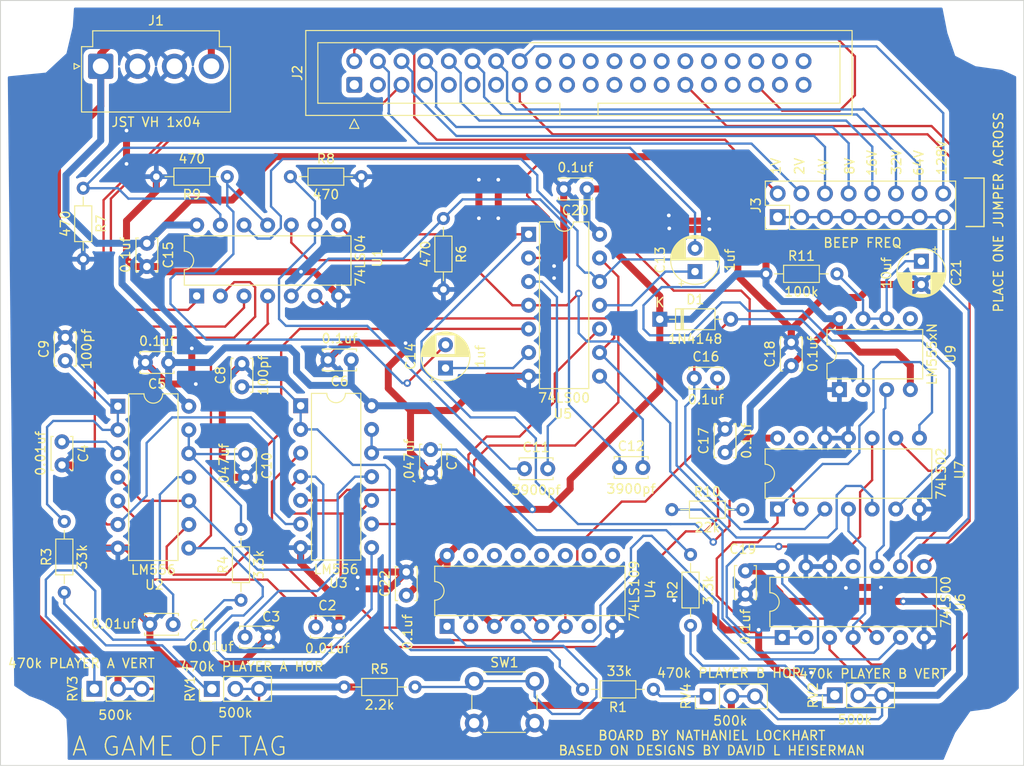
<source format=kicad_pcb>
(kicad_pcb (version 20211014) (generator pcbnew)
  (layers (0 "F.Cu" signal) (31 "B.Cu" signal) (34 "B.Paste" user) (35 "F.Paste" user) (36 "B.SilkS" user "B.Silkscreen") (37 "F.SilkS" user "F.Silkscreen") (38 "B.Mask" user) (39 "F.Mask" user) (44 "Edge.Cuts" user))
  (net 0 "")
  (net 1 "Net-(C1-Pad1)")
  (net 2 "GND")
  (net 3 "Net-(C2-Pad1)")
  (net 4 "Net-(C3-Pad1)")
  (net 5 "Net-(C4-Pad1)")
  (net 6 "VCC")
  (net 7 "Net-(C7-Pad1)")
  (net 8 "Net-(C8-Pad1)")
  (net 9 "Net-(C9-Pad1)")
  (net 10 "Net-(C10-Pad1)")
  (net 11 "Net-(C11-Pad1)")
  (net 12 "Net-(C12-Pad1)")
  (net 13 "Net-(C12-Pad2)")
  (net 14 "Net-(C13-Pad1)")
  (net 15 "Net-(C13-Pad2)")
  (net 16 "Net-(C14-Pad1)")
  (net 17 "Net-(C14-Pad2)")
  (net 19 "Net-(C16-Pad1)")
  (net 21 "Net-(C16-Pad2)")
  (net 22 "HRST")
  (net 23 "Net-(C21-Pad1)")
  (net 25 "1V")
  (net 27 "2V")
  (net 29 "4V")
  (net 31 "8V")
  (net 32 "16V")
  (net 33 "32V")
  (net 35 "64V")
  (net 46 "GVID")
  (net 52 "VRST")
  (net 58 "Net-(R1-Pad1)")
  (net 59 "Net-(R2-Pad1)")
  (net 60 "Net-(R3-Pad1)")
  (net 61 "Net-(R4-Pad1)")
  (net 62 "Net-(R5-Pad2)")
  (net 63 "Net-(U1-Pad2)")
  (net 64 "Net-(U1-Pad4)")
  (net 65 "Net-(U1-Pad6)")
  (net 66 "Net-(U1-Pad8)")
  (net 67 "Net-(U1-Pad10)")
  (net 68 "Net-(U1-Pad12)")
  (net 69 "AUDIN")
  (net 70 "Net-(U2-Pad5)")
  (net 71 "Net-(U2-Pad9)")
  (net 72 "Net-(U3-Pad5)")
  (net 73 "Net-(U3-Pad9)")
  (net 81 "Net-(U6-Pad1)")
  (net 82 "Net-(U6-Pad4)")
  (net 83 "Net-(U6-Pad5)")
  (net 84 "128V")
  (net 87 "256V")
  (net 88 "Net-(J3-Pad1)")
  (net 89 "Net-(U6-Pad10)")
  (net 90 "Net-(C11-Pad2)")
  (net 91 "Net-(U4-Pad4)")
  (footprint "Resistor_THT:R_Axial_DIN0204_L3.6mm_D1.6mm_P7.62mm_Horizontal" (layer "F.Cu") (at 85.217 136.5758 90)
    (fp_text reference "R3")
    (fp_text value "33k")
  )
  (footprint "Resistor_THT:R_Axial_DIN0204_L3.6mm_D1.6mm_P7.62mm_Horizontal" (layer "F.Cu") (at 87.249 93.1672 -90)
    (fp_text reference "R7")
    (fp_text value "470")
  )
  (footprint "Package_DIP:DIP-14_W7.62mm" (layer "F.Cu") (at 162.3264 141.4172 90)
    (fp_text reference "U6")
    (fp_text value "74LS00")
  )
  (footprint "Connector_PinHeader_2.54mm:PinHeader_1x03_P2.54mm_Vertical" (layer "F.Cu") (at 101.0562 146.939 90)
    (fp_text reference "RV1")
    (fp_text value "470k PLAYER A HOR")
  )
  (footprint "Capacitor_THT:C_Disc_D3.4mm_W2.1mm_P2.50mm" (layer "F.Cu") (at 94.0816 99.08 -90)
    (fp_text reference "C15")
    (fp_text value "0.1uf")
  )
  (footprint "Capacitor_THT:C_Disc_D3.4mm_W2.1mm_P2.50mm" (layer "F.Cu") (at 104.6734 121.7168 -90)
    (fp_text reference "C10")
    (fp_text value ",047uf")
  )
  (footprint "Capacitor_THT:CP_Radial_D5.0mm_P2.50mm" (layer "F.Cu") (at 177.2666 101.004488 -90)
    (fp_text reference "C21")
    (fp_text value "10uf")
  )
  (footprint "Capacitor_THT:C_Disc_D3.4mm_W2.1mm_P2.50mm" (layer "F.Cu") (at 134.64 123.2916)
    (fp_text reference "C11")
    (fp_text value "3900pf")
  )
  (footprint "Resistor_THT:R_Axial_DIN0204_L3.6mm_D1.6mm_P7.62mm_Horizontal" (layer "F.Cu") (at 150.4696 127.6858)
    (fp_text reference "R10")
    (fp_text value "22k")
  )
  (footprint "Connector_JST:JST_VH_B4P-VH-B_1x04_P3.96mm_Vertical" (layer "F.Cu") (at 89.1261 80.0696)
    (fp_text reference "J1")
    (fp_text value "JST VH 1x04")
  )
  (footprint "Capacitor_THT:C_Disc_D3.4mm_W2.1mm_P2.50mm" (layer "F.Cu") (at 84.963 120.396 -90)
    (fp_text reference "C4")
    (fp_text value "0.01uf")
  )
  (footprint "Capacitor_THT:C_Disc_D3.4mm_W2.1mm_P2.50mm" (layer "F.Cu") (at 112.2172 140.2842)
    (fp_text reference "C2")
    (fp_text value "0.01uf")
  )
  (footprint "Capacitor_THT:C_Disc_D3.4mm_W2.1mm_P2.50mm" (layer "F.Cu") (at 141.3564 93.2434 180)
    (fp_text reference "C20")
    (fp_text value "0.1uf")
  )
  (footprint "Resistor_THT:R_Axial_DIN0204_L3.6mm_D1.6mm_P7.62mm_Horizontal" (layer "F.Cu") (at 115.2652 146.7358)
    (fp_text reference "R5")
    (fp_text value "2.2k")
  )
  (footprint "Capacitor_THT:C_Disc_D3.4mm_W2.1mm_P2.50mm" (layer "F.Cu") (at 124.5562 121.2342 -90)
    (fp_text reference "C7")
    (fp_text value ",047uf")
  )
  (footprint "Capacitor_THT:CP_Radial_D5.0mm_P2.50mm" (layer "F.Cu") (at 126.1618 112.482513 90)
    (fp_text reference "C14")
    (fp_text value "1uf")
  )
  (footprint "Resistor_THT:R_Axial_DIN0204_L3.6mm_D1.6mm_P7.62mm_Horizontal" (layer "F.Cu") (at 109.4994 91.9226)
    (fp_text reference "R8")
    (fp_text value "470")
  )
  (footprint "Capacitor_THT:C_Disc_D3.4mm_W2.1mm_P2.50mm" (layer "F.Cu") (at 152.8772 113.5634)
    (fp_text reference "C16")
    (fp_text value "0.1uf")
  )
  (footprint "Capacitor_THT:C_Disc_D3.4mm_W2.1mm_P2.50mm" (layer "F.Cu") (at 116.0326 111.6076 180)
    (fp_text reference "C6")
    (fp_text value "0.1uf")
  )
  (footprint "Connector_IDC:IDC-Header_2x20_P2.54mm_Vertical" (layer "F.Cu") (at 116.3574 82.0579 90)
    (fp_text reference "J2")
    (fp_text value "Conn_02x20_Odd_Even" hide)
  )
  (footprint "Diode_THT:D_DO-35_SOD27_P7.62mm_Horizontal" (layer "F.Cu") (at 149.1742 107.2388)
    (fp_text reference "D1")
    (fp_text value "1N4148")
  )
  (footprint "Capacitor_THT:C_Disc_D3.4mm_W2.1mm_P2.50mm" (layer "F.Cu") (at 96.9064 140.0048 180)
    (fp_text reference "C1")
    (fp_text value "0.01uf")
  )
  (footprint "Resistor_THT:R_Axial_DIN0204_L3.6mm_D1.6mm_P7.62mm_Horizontal" (layer "F.Cu") (at 148.4884 146.9898 180)
    (fp_text reference "R1")
    (fp_text value "33k")
  )
  (footprint "Capacitor_THT:C_Disc_D3.4mm_W2.1mm_P2.50mm" (layer "F.Cu") (at 144.8508 123.1646)
    (fp_text reference "C12")
    (fp_text value "3900pf")
  )
  (footprint "Connector_PinHeader_2.54mm:PinHeader_2x08_P2.54mm_Vertical" (layer "F.Cu") (at 161.8384 96.271 90)
    (fp_text reference "J3")
    (fp_text value "Conn_02x08_Odd_Even" hide)
  )
  (footprint "Package_DIP:DIP-14_W7.62mm" (layer "F.Cu") (at 99.436 104.7396 90)
    (fp_text reference "U1")
    (fp_text value "74LS04")
  )
  (footprint "Package_DIP:DIP-14_W7.62mm" (layer "F.Cu") (at 90.9674 116.581)
    (fp_text reference "U2")
    (fp_text value "LM556")
  )
  (footprint "Resistor_THT:R_Axial_DIN0204_L3.6mm_D1.6mm_P7.62mm_Horizontal" (layer "F.Cu") (at 104.1908 137.414 90)
    (fp_text reference "R4")
    (fp_text value "3.3k")
  )
  (footprint "Capacitor_THT:CP_Radial_D5.0mm_P2.50mm" (layer "F.Cu") (at 152.9588 102.119313 90)
    (fp_text reference "C13")
    (fp_text value "1uf")
  )
  (footprint "Connector_PinHeader_2.54mm:PinHeader_1x03_P2.54mm_Vertical" (layer "F.Cu") (at 167.9702 147.6248 90)
    (fp_text reference "RV2")
    (fp_text value "470k PLAYER B VERT")
  )
  (footprint "MountingHole:MountingHole_2.7mm_M2.5" (layer "F.Cu") (at 183.896 151.3332)
    (fp_text reference "REF**" hide)
    (fp_text value "MountingHole_2.7mm_M2.5" hide)
  )
  (footprint "Capacitor_THT:C_Disc_D3.4mm_W2.1mm_P2.50mm" (layer "F.Cu") (at 96.4238 111.887 180)
    (fp_text reference "C5")
    (fp_text value "0.1uf")
  )
  (footprint "Capacitor_THT:C_Disc_D3.4mm_W2.1mm_P2.50mm" (layer "F.Cu") (at 163.2966 112.2226 90)
    (fp_text reference "C18")
    (fp_text value "0.1uf")
  )
  (footprint "Connector_PinHeader_2.54mm:PinHeader_1x03_P2.54mm_Vertical" (layer "F.Cu") (at 154.32 147.7368 90)
    (fp_text reference "RV4")
    (fp_text value "470k PLAYER B HOR")
  )
  (footprint "Connector_PinHeader_2.54mm:PinHeader_1x03_P2.54mm_Vertical" (layer "F.Cu") (at 88.4428 146.9286 90)
    (fp_text reference "RV3")
    (fp_text value "470k PLAYER A VERT")
  )
  (footprint "Package_DIP:DIP-14_W7.62mm" (layer "F.Cu") (at 161.8184 127.625 90)
    (fp_text reference "U7")
    (fp_text value "74LS02")
  )
  (footprint "Resistor_THT:R_Axial_DIN0204_L3.6mm_D1.6mm_P7.62mm_Horizontal" (layer "F.Cu") (at 102.7176 91.9226 180)
    (fp_text reference "R9")
    (fp_text value "470")
  )
  (footprint "Button_Switch_THT:SW_PUSH_6mm" (layer "F.Cu") (at 129.2364 146.1114)
    (fp_text reference "SW1")
    (fp_text value "SW_Push")
  )
  (footprint "Capacitor_THT:C_Disc_D3.4mm_W2.1mm_P2.50mm" (layer "F.Cu") (at 121.9454 136.886 90)
    (fp_text reference "C22")
    (fp_text value "0.1uf")
  )
  (footprint "Capacitor_THT:C_Disc_D3.4mm_W2.1mm_P2.50mm" (layer "F.Cu") (at 85.3186 111.6892 90)
    (fp_text reference "C9")
    (fp_text value "100pf")
  )
  (footprint "Package_DIP:DIP-14_W7.62mm" (layer "F.Cu") (at 110.6016 116.5302)
    (fp_text reference "U3")
    (fp_text value "LM556")
  )
  (footprint "Package_DIP:DIP-16_W7.62mm" (layer "F.Cu") (at 126.3292 140.2234 90)
    (fp_text reference "U4")
    (fp_text value "74LS109")
  )
  (footprint "Capacitor_THT:C_Disc_D3.4mm_W2.1mm_P2.50mm" (layer "F.Cu") (at 158.369 134.2644 -90)
    (fp_text reference "C19")
    (fp_text value "0.1uf")
  )
  (footprint "MountingHole:MountingHole_2.7mm_M2.5" (layer "F.Cu") (at 82.2706 76.6826)
    (fp_text reference "REF**" hide)
    (fp_text value "MountingHole_2.7mm_M2.5" hide)
  )
  (footprint "Capacitor_THT:C_Disc_D3.4mm_W2.1mm_P2.50mm" (layer "F.Cu") (at 156.1846 121.5444 90)
    (fp_text reference "C17")
    (fp_text value "0.1uf")
  )
  (footprint "MountingHole:MountingHole_2.7mm_M2.5" (layer "F.Cu") (at 82.677 151.5872)
    (fp_text reference "REF**" hide)
    (fp_text value "MountingHole_2.7mm_M2.5" hide)
  )
  (footprint "Resistor_THT:R_Axial_DIN0204_L3.6mm_D1.6mm_P7.62mm_Horizontal" (layer "F.Cu") (at 160.5788 102.362)
    (fp_text reference "R11")
    (fp_text value "100k")
  )
  (footprint "Package_DIP:DIP-14_W7.62mm" (layer "F.Cu") (at 135.0872 98.1152)
    (fp_text reference "U5")
    (fp_text value "74LS00")
  )
  (footprint "Resistor_THT:R_Axial_DIN0204_L3.6mm_D1.6mm_P7.62mm_Horizontal" (layer "F.Cu") (at 125.9332 96.4184 -90)
    (fp_text reference "R6")
    (fp_text value "470")
  )
  (footprint "MountingHole:MountingHole_2.7mm_M2.5" (layer "F.Cu") (at 184.023 76.835)
    (fp_text reference "REF**" hide)
    (fp_text value "MountingHole_2.7mm_M2.5" hide)
  )
  (footprint "Capacitor_THT:C_Disc_D3.4mm_W2.1mm_P2.50mm" (layer "F.Cu") (at 104.2924 114.5032 90)
    (fp_text reference "C8")
    (fp_text value "100pf")
  )
  (footprint "Resistor_THT:R_Axial_DIN0204_L3.6mm_D1.6mm_P7.62mm_Horizontal" (layer "F.Cu") (at 152.4762 140.1318 90)
    (fp_text reference "R2")
    (fp_text value "3.3k")
  )
  (footprint "Capacitor_THT:C_Disc_D3.4mm_W2.1mm_P2.50mm" (layer "F.Cu") (at 104.6172 141.3764)
    (fp_text reference "C3")
    (fp_text value "0.01uf")
  )
  (footprint "Package_DIP:DIP-8_W7.62mm" (layer "F.Cu") (at 168.4628 114.798 90)
    (fp_text reference "U9")
    (fp_text value "LM555xN")
  )
  (gr_line (start 183.9976 92.075) (end 183.9976 97.282) (layer "F.SilkS") (width 0.15))
  (gr_line (start 183.9976 97.282) (end 182.0672 97.282) (layer "F.SilkS") (width 0.15))
  (gr_line (start 181.8894 92.075) (end 183.9976 92.075) (layer "F.SilkS") (width 0.15))
  (gr_rect (start 78.359 72.9996) (end 188.2648 155.1686) (layer "Edge.Cuts") (width 0.1) (fill none))
  (gr_text "A GAME OF TAG" (at 97.5868 153.1112) (layer "F.SilkS") (effects (font (size 2 2))))
  (gr_text "1V" (at 161.6456 90.805 90) (layer "F.SilkS") (effects (font (size 1 1))))
  (gr_text "64V" (at 176.9872 90.4494 90) (layer "F.SilkS") (effects (font (size 1 1))))
  (gr_text "500k" (at 170.1292 150.241) (layer "F.SilkS") (effects (font (size 1 1))))
  (gr_text "BOARD BY NATHANIEL LOCKHART\nBASED ON DESIGNS BY DAVID L HEISERMAN" (at 154.7622 152.7556) (layer "F.SilkS") (effects (font (size 1 1))))
  (gr_text "500k" (at 90.7034 149.7584) (layer "F.SilkS") (effects (font (size 1 1))))
  (gr_text "128V" (at 179.451 89.8906 90) (layer "F.SilkS") (effects (font (size 1 1))))
  (gr_text "16V" (at 171.958 90.4494 90) (layer "F.SilkS") (effects (font (size 1 1))))
  (gr_text "32V" (at 174.5996 90.3478 90) (layer "F.SilkS") (effects (font (size 1 1))))
  (gr_text "500k" (at 156.7434 150.368) (layer "F.SilkS") (effects (font (size 1 1))))
  (gr_text "500k" (at 103.5812 149.5044) (layer "F.SilkS") (effects (font (size 1 1))))
  (gr_text "8V" (at 169.5704 90.805 90) (layer "F.SilkS") (effects (font (size 1 1))))
  (gr_text "BEEP FREQ" (at 170.942 99.0346) (layer "F.SilkS") (effects (font (size 1 1))))
  (gr_text "PLACE ONE JUMPER ACROSS" (at 185.547 95.7326 90) (layer "F.SilkS") (effects (font (size 1 1))))
  (gr_text "2V" (at 164.1856 90.805 90) (layer "F.SilkS") (effects (font (size 1 1))))
  (gr_text "4V" (at 166.751 90.9066 90) (layer "F.SilkS") (effects (font (size 1 1))))
  (segment (start 95.4786 135.382) (end 95.4786 126.0602) (width 0.25) (layer "B.Cu") (net 1))
  (segment (start 95.4786 126.0602) (end 97.3378 124.201) (width 0.25) (layer "B.Cu") (net 1))
  (segment (start 97.3378 124.201) (end 98.5874 124.201) (width 0.25) (layer "B.Cu") (net 1))
  (segment (start 96.9064 140.0048) (end 96.9064 136.8098) (width 0.25) (layer "B.Cu") (net 1))
  (segment (start 96.9064 136.8098) (end 95.4786 135.382) (width 0.25) (layer "B.Cu") (net 1))
  (segment (start 87.3506 124.2568) (end 85.9898 122.896) (width 0.75) (layer "F.Cu") (net 2))
  (segment (start 159.7914 140.589) (end 159.7914 142.875) (width 0.75) (layer "F.Cu") (net 2))
  (segment (start 102.1842 114.1114) (end 102.1842 123.063) (width 0.75) (layer "F.Cu") (net 2))
  (segment (start 104.2924 112.0032) (end 102.1842 114.1114) (width 0.75) (layer "F.Cu") (net 2))
  (segment (start 170.6372 104.902) (end 166.751 104.902) (width 0.75) (layer "F.Cu") (net 2))
  (segment (start 104.2216 144.272) (end 96.7994 144.272) (width 0.75) (layer "F.Cu") (net 2))
  (segment (start 110.6424 102.1334) (end 112.0698 102.1334) (width 0.75) (layer "F.Cu") (net 2))
  (segment (start 131.826 92.2528) (end 131.826 96.393) (width 0.75) (layer "F.Cu") (net 2))
  (segment (start 122.4026 117.0432) (end 127.0254 117.0432) (width 0.75) (layer "F.Cu") (net 2))
  (segment (start 93.9238 111.887) (end 96.2352 114.1984) (width 0.75) (layer "F.Cu") (net 2))
  (segment (start 156.21 140.6144) (end 153.035 137.4394) (width 0.75) (layer "F.Cu") (net 2))
  (segment (start 93.091 138.6894) (end 94.4064 140.0048) (width 0.75) (layer "F.Cu") (net 2))
  (segment (start 157.5562 102.5906) (end 160.7312 105.7656) (width 0.75) (layer "F.Cu") (net 2))
  (segment (start 177.2666 103.504488) (end 172.034712 103.504488) (width 0.75) (layer "F.Cu") (net 2))
  (segment (start 121.8692 110.5154) (end 120.015 112.3696) (width 0.75) (layer "F.Cu") (net 2))
  (segment (start 150.1394 96.0882) (end 150.1394 97.4344) (width 0.75) (layer "F.Cu") (net 2))
  (segment (start 172.034712 103.504488) (end 170.6372 104.902) (width 0.75) (layer "F.Cu") (net 2))
  (segment (start 157.5054 100.5078) (end 157.5562 100.5586) (width 0.75) (layer "F.Cu") (net 2))
  (segment (start 138.8564 93.2434) (end 138.8564 100.4878) (width 0.75) (layer "F.Cu") (net 2))
  (segment (start 116.6876 136.1948) (end 116.6876 135.001) (width 0.75) (layer "F.Cu") (net 2))
  (segment (start 102.1842 123.063) (end 103.338 124.2168) (width 0.75) (layer "F.Cu") (net 2))
  (segment (start 166.751 104.902) (end 163.2966 108.3564) (width 0.75) (layer "F.Cu") (net 2))
  (segment (start 95.611 101.58) (end 94.0816 101.58) (width 0.75) (layer "F.Cu") (net 2))
  (segment (start 93.091 132.969) (end 93.091 138.6894) (width 0.75) (layer "F.Cu") (net 2))
  (segment (start 154.4574 96.4438) (end 154.4574 97.536) (width 0.75) (layer "F.Cu") (net 2))
  (segment (start 103.338 124.2168) (end 104.6734 124.2168) (width 0.75) (layer "F.Cu") (net 2))
  (segment (start 154.5082 97.5868) (end 157.4292 100.5078) (width 0.75) (layer "F.Cu") (net 2))
  (segment (start 92.69 101.58) (end 94.0816 101.58) (width 0.75) (layer "F.Cu") (net 2))
  (segment (start 160.7312 105.7656) (end 160.782 105.7656) (width 0.75) (layer "F.Cu") (net 2))
  (segment (start 156.7688 140.6144) (end 156.21 140.6144) (width 0.75) (layer "F.Cu") (net 2))
  (segment (start 150.6728 96.6216) (end 150.6728 96.6978) (width 0.75) (layer "F.Cu") (net 2))
  (segment (start 85.9898 122.896) (end 84.963 122.896) (width 0.75) (layer "F.Cu") (net 2))
  (segment (start 116.6876 136.1948) (end 120.1366 136.1948) (width 0.75) (layer "F.Cu") (net 2))
  (segment (start 120.015 112.3696) (end 120.015 114.6556) (width 0.75) (layer "F.Cu") (net 2))
  (segment (start 90.9674 131.821) (end 91.943 131.821) (width 0.75) (layer "F.Cu") (net 2))
  (segment (start 127.0254 117.0432) (end 130.7134 113.3552) (width 0.75) (layer "F.Cu") (net 2))
  (segment (start 129.7432 92.2528) (end 129.7432 96.393) (width 0.75) (layer "F.Cu") (net 2))
  (segment (start 160.782 105.7656) (end 163.2966 108.2802) (width 0.75) (layer "F.Cu") (net 2))
  (segment (start 91.8972 100.7872) (end 92.69 101.58) (width 0.75) (layer "F.Cu") (net 2))
  (segment (start 89.53 131.821) (end 87.3506 129.6416) (width 0.75) (layer "F.Cu") (net 2))
  (segment (start 110.6424 102.1334) (end 96.1644 102.1334) (width 0.75) (layer "F.Cu") (net 2))
  (segment (start 117.3026 134.386) (end 116.7384 134.9502) (width 0.75) (layer "F.Cu") (net 2))
  (segment (start 112.0698 102.1334) (end 114.676 104.7396) (width 0.75) (layer "F.Cu") (net 2))
  (segment (start 150.6728 96.6978) (end 154.2034 96.6978) (width 0.75) (layer "F.Cu") (net 2))
  (segment (start 91.8972 96.6724) (end 91.8972 100.7872) (width 0.75) (layer "F.Cu") (net 2))
  (segment (start 113.5326 111.6076) (end 115.336 109.8042) (width 0.75) (layer "F.Cu") (net 2))
  (segment (start 157.5562 100.5586) (end 157.5562 102.5906) (width 0.75) (layer "F.Cu") (net 2))
  (segment (start 163.2966 108.2802) (end 163.2966 109.7226) (width 0.75) (layer "F.Cu") (net 2))
  (segment (start 172.9232 136.0424) (end 169.2148 136.0424) (width 0.75) (layer "F.Cu") (net 2))
  (segment (start 157.4292 100.5078) (end 157.5054 100.5078) (width 0.75) (layer "F.Cu") (net 2))
  (segment (start 96.2352 114.1984) (end 99.3394 114.1984) (width 0.75) (layer "F.Cu") (net 2))
  (segment (start 107.1172 141.3764) (end 104.2216 144.272) (width 0.75) (layer "F.Cu") (net 2))
  (segment (start 169.2148 136.0424) (end 169.164 136.0932) (width 0.75) (layer "F.Cu") (net 2))
  (segment (start 94.4064 141.879) (end 94.4064 140.0048) (width 0.75) (layer "F.Cu") (net 2))
  (segment (start 138.8564 100.4878) (end 137.8204 101.5238) (width 0.75) (layer "F.Cu") (net 2))
  (segment (start 87.3506 129.6416) (end 87.3506 124.2568) (width 0.75) (layer "F.Cu") (net 2))
  (segment (start 96.7994 144.272) (end 94.4064 141.879) (width 0.75) (layer "F.Cu") (net 2))
  (segment (start 122.4026 117.0432) (end 122.4026 121.5806) (width 0.75) (layer "F.Cu") (net 2))
  (segment (start 150.1394 96.0882) (end 150.6728 96.6216) (width 0.75) (layer "F.Cu") (net 2))
  (segment (start 121.8692 109.8042) (end 121.8692 110.5154) (width 0.75) (layer "F.Cu") (net 2))
  (segment (start 90.9674 131.821) (end 89.53 131.821) (width 0.75) (layer "F.Cu") (net 2))
  (segment (start 156.7942 140.589) (end 156.7688 140.6144) (width 0.75) (layer "F.Cu") (net 2))
  (segment (start 98.9076 110.363) (end 98.9076 113.7666) (width 0.75) (layer "F.Cu") (net 2))
  (segment (start 159.7914 142.875) (end 162.1028 145.1864) (width 0.75) (layer "F.Cu") (net 2))
  (segment (start 159.7914 140.589) (end 156.7942 140.589) (width 0.75) (layer "F.Cu") (net 2))
  (segment (start 110.6016 131.7702) (end 110.6016 133.4362) (width 0.75) (layer "F.Cu") (net 2))
  (segment (start 130.7134 113.3552) (end 135.0872 113.3552) (width 0.75) (layer "F.Cu") (net 2))
  (segment (start 115.336 109.8042) (end 121.8692 109.8042) (width 0.75) (layer "F.Cu") (net 2))
  (segment (start 110.6016 133.4362) (end 114.7172 137.5518) (width 0.75) (layer "F.Cu") (net 2))
  (segment (start 98.9076 113.7666) (end 99.3394 114.1984) (width 0.75) (layer "F.Cu") (net 2))
  (segment (start 122.4026 121.5806) (end 124.5562 123.7342) (width 0.75) (layer "F.Cu") (net 2))
  (segment (start 163.2966 108.3564) (end 163.2966 109.7226) (width 0.75) (layer "F.Cu") (net 2))
  (segment (start 91.8972 90.551) (end 91.8972 86.9696) (width 0.75) (layer "F.Cu") (net 2))
  (segment (start 91.943 131.821) (end 93.091 132.969) (width 0.75) (layer "F.Cu") (net 2))
  (segment (start 154.5082 97.5868) (end 150.2918 97.5868) (width 0.75) (layer "F.Cu") (net 2))
  (segment (start 120.015 114.6556) (end 122.4026 117.0432) (width 0.75) (layer "F.Cu") (net 2))
  (segment (start 95.0976 91.9226) (end 95.0976 93.472) (width 0.75) (layer "F.Cu") (net 2))
  (segment (start 162.1028 145.1864) (end 165.4302 145.1864) (width 0.75) (layer "F.Cu") (net 2))
  (segment (start 150.1394 97.4344) (end 150.1902 97.4852) (width 0.75) (layer "F.Cu") (net 2))
  (segment (start 153.035 137.4394) (end 150.7236 137.4394) (width 0.75) (layer "F.Cu") (net 2))
  (segment (start 114.7172 137.5518) (end 114.7172 140.2842) (width 0.75) (layer "F.Cu") (net 2))
  (segment (start 150.2918 97.5868) (end 150.1902 97.4852) (width 0.75) (layer "F.Cu") (net 2))
  (segment (start 137.8204 102.8192) (end 137.8204 101.5238) (width 0.75) (layer "F.Cu") (net 2))
  (segment (start 96.1644 102.1334) (end 95.611 101.58) (width 0.75) (layer "F.Cu") (net 2))
  (segment (start 154.4574 97.536) (end 154.5082 97.5868) (width 0.75) (layer "F.Cu") (net 2))
  (segment (start 121.9454 134.386) (end 117.3026 134.386) (width 0.75) (layer "F.Cu") (net 2))
  (segment (start 95.0976 93.472) (end 91.8972 96.6724) (width 0.75) (layer "F.Cu") (net 2))
  (segment (start 120.1366 136.1948) (end 121.9454 134.386) (width 0.75) (layer "F.Cu") (net 2))
  (segment (start 116.6876 135.001) (end 116.7384 134.9502) (width 0.75) (layer "F.Cu") (net 2))
  (segment (start 154.2034 96.6978) (end 154.4574 96.4438) (width 0.75) (layer "F.Cu") (net 2))
  (via (at 121.8692 109.8042) (size 0.8) (drill 0.4) (layers "F.Cu" "B.Cu") (net 2))
  (via (at 131.826 96.393) (size 0.8) (drill 0.4) (layers "F.Cu" "B.Cu") (net 2))
  (via (at 154.5082 97.5868) (size 0.8) (drill 0.4) (layers "F.Cu" "B.Cu") (net 2))
  (via (at 131.826 92.2528) (size 0.8) (drill 0.4) (layers "F.Cu" "B.Cu") (net 2))
  (via (at 129.7432 96.393) (size 0.8) (drill 0.4) (layers "F.Cu" "B.Cu") (net 2))
  (via (at 129.7432 92.2528) (size 0.8) (drill 0.4) (layers "F.Cu" "B.Cu") (net 2))
  (via (at 98.9076 110.363) (size 0.8) (drill 0.4) (layers "F.Cu" "B.Cu") (net 2))
  (via (at 169.164 136.0932) (size 0.8) (drill 0.4) (layers "F.Cu" "B.Cu") (net 2))
  (via (at 150.7236 137.4394) (size 0.8) (drill 0.4) (layers "F.Cu" "B.Cu") (net 2))
  (via (at 91.8972 90.551) (size 0.8) (drill 0.4) (layers "F.Cu" "B.Cu") (net 2))
  (via (at 99.3394 114.1984) (size 0.8) (drill 0.4) (layers "F.Cu" "B.Cu") (net 2))
  (via (at 150.1902 97.4852) (size 0.8) (drill 0.4) (layers "F.Cu" "B.Cu") (net 2))
  (via (at 137.8204 101.5238) (size 0.8) (drill 0.4) (layers "F.Cu" "B.Cu") (net 2))
  (via (at 91.8972 86.9696) (size 0.8) (drill 0.4) (layers "F.Cu" "B.Cu") (net 2))
  (via (at 110.6424 102.1334) (size 0.8) (drill 0.4) (layers "F.Cu" "B.Cu") (net 2))
  (via (at 154.4574 96.4438) (size 0.8) (drill 0.4) (layers "F.Cu" "B.Cu") (net 2))
  (via (at 159.7914 140.589) (size 0.8) (drill 0.4) (layers "F.Cu" "B.Cu") (net 2))
  (via (at 150.1394 96.0882) (size 0.8) (drill 0.4) (layers "F.Cu" "B.Cu") (net 2))
  (via (at 116.6876 136.1948) (size 0.8) (drill 0.4) (layers "F.Cu" "B.Cu") (net 2))
  (via (at 165.4302 145.1864) (size 0.8) (drill 0.4) (layers "F.Cu" "B.Cu") (net 2))
  (via (at 137.8204 102.8192) (size 0.8) (drill 0.4) (layers "F.Cu" "B.Cu") (net 2))
  (via (at 172.9232 136.0424) (size 0.8) (drill 0.4) (layers "F.Cu" "B.Cu") (net 2))
  (via (at 116.7384 134.9502) (size 0.8) (drill 0.4) (layers "F.Cu" "B.Cu") (net 2))
  (segment (start 150.7236 137.4394) (end 147.9396 140.2234) (width 0.75) (layer "B.Cu") (net 2))
  (segment (start 147.9396 140.2234) (end 144.1092 140.2234) (width 0.75) (layer "B.Cu") (net 2))
  (segment (start 112.2172 140.2842) (end 112.2172 136.9822) (width 0.25) (layer "F.Cu") (net 3))
  (segment (start 112.2172 136.9822) (end 107.5182 132.2832) (width 0.25) (layer "F.Cu") (net 3))
  (segment (start 107.5182 124.6936) (end 110.6016 121.6102) (width 0.25) (layer "F.Cu") (net 3))
  (segment (start 107.5182 132.2832) (end 107.5182 124.6936) (width 0.25) (layer "F.Cu") (net 3))
  (segment (start 116.4386 124.1502) (end 118.2216 124.1502) (width 0.25) (layer "B.Cu") (net 4))
  (segment (start 114.5794 126.0094) (end 116.4386 124.1502) (width 0.25) (layer "B.Cu") (net 4))
  (segment (start 104.6172 140.0356) (end 108.2294 136.4234) (width 0.25) (layer "B.Cu") (net 4))
  (segment (start 114.5794 134.239) (end 114.5794 126.0094) (width 0.25) (layer "B.Cu") (net 4))
  (segment (start 108.2294 136.4234) (end 112.395 136.4234) (width 0.25) (layer "B.Cu") (net 4))
  (segment (start 112.395 136.4234) (end 114.5794 134.239) (width 0.25) (layer "B.Cu") (net 4))
  (segment (start 104.6172 141.3764) (end 104.6172 140.0356) (width 0.25) (layer "B.Cu") (net 4))
  (segment (start 89.7024 120.396) (end 90.9674 121.661) (width 0.25) (layer "B.Cu") (net 5))
  (segment (start 84.963 120.396) (end 89.7024 120.396) (width 0.25) (layer "B.Cu") (net 5))
  (segment (start 99.5426 76.6826) (end 91.1606 76.6826) (width 0.75) (layer "F.Cu") (net 6))
  (segment (start 121.9454 136.886) (end 122.0466 136.886) (width 0.75) (layer "F.Cu") (net 6))
  (segment (start 136.4892 140.2234) (end 134.9498 138.684) (width 0.25) (layer "F.Cu") (net 6))
  (segment (start 84.4804 106.9594) (end 82.2452 109.1946) (width 0.75) (layer "F.Cu") (net 6))
  (segment (start 134.9498 138.684) (end 132.9486 138.684) (width 0.25) (layer "F.Cu") (net 6))
  (segment (start 118.0592 146.7358) (end 120.0404 148.717) (width 0.75) (layer "F.Cu") (net 6))
  (segment (start 162.8648 137.541) (end 175.3362 137.541) (width 0.75) (layer "F.Cu") (net 6))
  (segment (start 98.171 149.2504) (end 105.3084 149.2504) (width 0.25) (layer "F.Cu") (net 6))
  (segment (start 143.5862 93.2434) (end 144.7038 94.361) (width 0.75) (layer "F.Cu") (net 6))
  (segment (start 101.0061 80.0696) (end 101.0061 78.1461) (width 0.75) (layer "F.Cu") (net 6))
  (segment (start 162.0774 136.6266) (end 162.0774 136.7536) (width 0.75) (layer "F.Cu") (net 6))
  (segment (start 84.4804 89.0016) (end 84.4804 106.9594) (width 0.75) (layer "F.Cu") (net 6))
  (segment (start 160.0708 134.62) (end 162.0774 136.6266) (width 0.75) (layer "F.Cu") (net 6))
  (segment (start 144.7038 94.361) (end 144.7038 100.2792) (width 0.75) (layer "F.Cu") (net 6))
  (segment (start 132.9486 138.684) (end 131.4092 140.2234) (width 0.25) (layer "F.Cu") (net 6))
  (segment (start 168.4628 107.178) (end 168.3412 107.178) (width 0.75) (layer "F.Cu") (net 6))
  (segment (start 106.1362 148.4226) (end 106.1362 146.939) (width 0.25) (layer "F.Cu") (net 6))
  (segment (start 120.0404 148.717) (end 146.8374 148.717) (width 0.75) (layer "F.Cu") (net 6))
  (segment (start 176.0828 114.798) (end 176.0828 112.2526) (width 0.75) (layer "F.Cu") (net 6))
  (segment (start 139.5476 124.4346) (end 139.5476 125.4506) (width 0.75) (layer "F.Cu") (net 6))
  (segment (start 148.8948 150.7744) (end 156.3624 150.7744) (width 0.75) (layer "F.Cu") (net 6))
  (segment (start 156.3624 150.7744) (end 156.86 150.2768) (width 0.75) (layer "F.Cu") (net 6))
  (segment (start 160.5788 100.457) (end 149.89708 89.77528) (width 0.75) (layer "F.Cu") (net 6))
  (segment (start 95.8492 146.9286) (end 98.171 149.2504) (width 0.25) (layer "F.Cu") (net 6))
  (segment (start 89.1261 84.3559) (end 84.4804 89.0016) (width 0.75) (layer "F.Cu") (net 6))
  (segment (start 158.369 134.2644) (end 159.7152 134.2644) (width 0.75) (layer "F.Cu") (net 6))
  (segment (start 90.9828 145.034) (end 90.9828 146.9286) (width 0.75) (layer "F.Cu") (net 6))
  (segment (start 149.89708 89.77528) (end 107.88752 89.77528) (width 0.75) (layer "F.Cu") (net 6))
  (segment (start 135.4836 127.6604) (end 131.2722 127.6604) (width 0.75) (layer "F.Cu") (net 6))
  (segment (start 174.5996 110.7694) (end 170.6372 110.7694) (width 0.75) (layer "F.Cu") (net 6))
  (segment (start 149.1742 107.2388) (end 149.1742 114.808) (width 0.75) (layer "F.Cu") (net 6))
  (segment (start 89.1261 78.7171) (end 89.1261 80.0696) (width 0.75) (layer "F.Cu") (net 6))
  (segment (start 91.1606 76.6826) (end 89.1261 78.7171) (width 0.75) (layer "F.Cu") (net 6))
  (segment (start 98.7244 94.4372) (end 94.0816 99.08) (width 0.75) (layer "F.Cu") (net 6))
  (segment (start 82.2452 109.1946) (end 82.2452 139.1412) (width 0.75) (layer "F.Cu") (net 6))
  (segment (start 85.852 142.748) (end 88.6968 142.748) (width 0.75) (layer "F.Cu") (net 6))
  (segment (start 176.0828 112.2526) (end 174.5996 110.7694) (width 0.75) (layer "F.Cu") (net 6))
  (segment (start 105.3084 149.2504) (end 106.1362 148.4226) (width 0.25) (layer "F.Cu") (net 6))
  (segment (start 107.88752 89.77528) (end 103.2256 94.4372) (width 0.75) (layer "F.Cu") (net 6))
  (segment (start 115.2652 146.7358) (end 118.0592 146.7358) (width 0.75) (layer "F.Cu") (net 6))
  (segment (start 103.2256 94.4372) (end 98.7244 94.4372) (width 0.75) (layer "F.Cu") (net 6))
  (segment (start 144.7038 100.2792) (end 149.1742 104.7496) (width 0.75) (layer "F.Cu") (net 6))
  (segment (start 161.8184 120.005) (end 157.724 120.005) (width 0.75) (layer "F.Cu") (net 6))
  (segment (start 168.4628 108.595) (end 168.4628 107.178) (width 0.75) (layer "F.Cu") (net 6))
  (segment (start 168.3412 107.178) (end 163.2966 112.2226) (width 0.75) (layer "F.Cu") (net 6))
  (segment (start 170.6372 110.7694) (end 168.4628 108.595) (width 0.75) (layer "F.Cu") (net 6))
  (segment (start 162.0774 136.7536) (end 162.8648 137.541) (width 0.75) (layer "F.Cu") (net 6))
  (segment (start 149.1742 114.808) (end 139.5476 124.4346) (width 0.75) (layer "F.Cu") (net 6))
  (segment (start 146.8374 148.717) (end 148.8948 150.7744) (width 0.75) (layer "F.Cu") (net 6))
  (segment (start 149.1742 104.7496) (end 149.1742 107.2388) (width 0.75) (layer "F.Cu") (net 6))
  (segment (start 131.2722 127.6604) (end 126.3292 132.6034) (width 0.75) (layer "F.Cu") (net 6))
  (segment (start 93.5228 146.9286) (end 95.8492 146.9286) (width 0.25) (layer "F.Cu") (net 6))
  (segment (start 122.0466 136.886) (end 126.3292 132.6034) (width 0.75) (layer "F.Cu") (net 6))
  (segment (start 159.7152 134.2644) (end 160.0708 134.62) (width 0.75) (layer "F.Cu") (net 6))
  (segment (start 126.3292 135.1434) (end 131.4092 140.2234) (width 0.75) (layer "F.Cu") (net 6))
  (segment (start 156.86 150.2768) (end 156.86 147.7368) (width 0.75) (layer "F.Cu") (net 6))
  (segment (start 139.5476 125.4506) (end 137.3378 127.6604) (width 0.75) (layer "F.Cu") (net 6))
  (segment (start 82.2452 139.1412) (end 85.852 142.748) (width 0.75) (layer "F.Cu") (net 6))
  (segment (start 157.724 120.005) (end 156.1846 121.5444) (width 0.75) (layer "F.Cu") (net 6))
  (segment (start 126.3292 132.6034) (end 126.3292 135.1434) (width 0.75) (layer "F.Cu") (net 6))
  (segment (start 141.3564 93.2434) (end 143.5862 93.2434) (width 0.75) (layer "F.Cu") (net 6))
  (segment (start 89.1261 80.0696) (end 89.1261 84.3559) (width 0.75) (layer "F.Cu") (net 6))
  (segment (start 101.0061 78.1461) (end 99.5426 76.6826) (width 0.75) (layer "F.Cu") (net 6))
  (segment (start 88.6968 142.748) (end 90.9828 145.034) (width 0.75) (layer "F.Cu") (net 6))
  (segment (start 137.3378 127.6604) (end 135.4836 127.6604) (width 0.75) (layer "F.Cu") (net 6))
  (segment (start 160.5788 102.362) (end 160.5788 100.457) (width 0.75) (layer "F.Cu") (net 6))
  (via (at 135.4836 127.6604) (size 0.8) (drill 0.4) (layers "F.Cu" "B.Cu") (net 6))
  (via (at 175.3362 137.541) (size 0.8) (drill 0.4) (layers "F.Cu" "B.Cu") (net 6))
  (segment (start 166.1668 139.4714) (end 162.3264 135.631) (width 0.25) (layer "B.Cu") (net 6))
  (segment (start 141.3564 93.2434) (end 141.3564 96.7644) (width 0.75) (layer "B.Cu") (net 6))
  (segment (start 173.0502 147.6248) (end 170.5102 147.6248) (width 0.25) (layer "B.Cu") (net 6))
  (segment (start 110.1598 112.8776) (end 111.6234 114.3412) (width 0.75) (layer "B.Cu") (net 6))
  (segment (start 96.4238 108.438) (end 91.4146 103.4288) (width 0.75) (layer "B.Cu") (net 6))
  (segment (start 141.3564 96.7644) (end 142.7072 98.1152) (width 0.75) (layer "B.Cu") (net 6))
  (segment (start 181.356 145.288) (end 179.0192 147.6248) (width 0.75) (layer "B.Cu") (net 6))
  (segment (start 96.4238 111.887) (end 96.4238 114.4174) (width 0.75) (layer "B.Cu") (net 6))
  (segment (start 96.4238 111.887) (end 96.4238 108.438) (width 0.75) (layer "B.Cu") (net 6))
  (segment (start 94.0816 99.08) (end 88.6914 99.08) (width 0.75) (layer "B.Cu") (net 6))
  (segment (start 158.8362 133.7972) (end 158.369 134.2644) (width 0.75) (layer "B.Cu") (net 6))
  (segment (start 102.4382 110.3122) (end 109.4232 110.3122) (width 0.75) (layer "B.Cu") (net 6))
  (segment (start 159.587482 143.0528) (end 165.735 143.0528) (width 0.25) (layer "B.Cu") (net 6))
  (segment (start 88.6914 99.08) (end 85.3948 95.7834) (width 0.75) (layer "B.Cu") (net 6))
  (segment (start 110.1598 111.0488) (end 110.1598 112.8776) (width 0.75) (layer "B.Cu") (net 6))
  (segment (start 157.4292 102.362) (end 160.5788 102.362) (width 0.75) (layer "B.Cu") (net 6))
  (segment (start 163.2966 112.2226) (end 158.877 116.6422) (width 0.75) (layer "B.Cu") (net 6))
  (segment (start 161.8534 150.1902) (end 159.4 147.7368) (width 0.25) (layer "B.Cu") (net 6))
  (segment (start 96.4238 114.4174) (end 98.5874 116.581) (width 0.75) (layer "B.Cu") (net 6))
  (segment (start 158.877 118.852) (end 156.1846 121.5444) (width 0.75) (layer "B.Cu") (net 6))
  (segment (start 158.877 116.6422) (end 158.877 118.852) (width 0.75) (layer "B.Cu") (net 6))
  (segment (start 92.9694 99.08) (end 94.0816 99.08) (width 0.75) (layer "B.Cu") (net 6))
  (segment (start 100.8634 111.887) (end 102.4382 110.3122) (width 0.75) (layer "B.Cu") (net 6))
  (segment (start 162.3264 135.631) (end 162.3264 133.7972) (width 0.25) (layer "B.Cu") (net 6))
  (segment (start 116.0326 111.6076) (end 116.0326 114.3412) (width 0.75) (layer "B.Cu") (net 6))
  (segment (start 96.042 97.1196) (end 94.0816 99.08) (width 0.75) (layer "B.Cu") (net 6))
  (segment (start 116.0326 114.3412) (end 118.2216 116.5302) (width 0.75) (layer "B.Cu") (net 6))
  (segment (start 160.5788 103.5558) (end 160.5788 102.362) (width 0.75) (layer "B.Cu") (net 6))
  (segment (start 168.4628 107.178) (end 166.9442 107.178) (width 0.75) (layer "B.Cu") (net 6))
  (segment (start 155.91288 129.92868) (end 155.91288 139.378198) (width 0.25) (layer "B.Cu") (net 6))
  (segment (start 91.4146 103.4288) (end 91.4146 100.6348) (width 0.75) (layer "B.Cu") (net 6))
  (segment (start 173.0502 149.8092) (end 172.6692 150.1902) (width 0.25) (layer "B.Cu") (net 6))
  (segment (start 162.3264 133.7972) (end 158.8362 133.7972) (width 0.75) (layer "B.Cu") (net 6))
  (segment (start 155.91288 139.378198) (end 159.587482 143.0528) (width 0.25) (layer "B.Cu") (net 6))
  (segment (start 118.2216 116.5302) (end 124.3534 116.5302) (width 0.75) (layer "B.Cu") (net 6))
  (segment (start 165.1 105.3338) (end 162.3568 105.3338) (width 0.75) (layer "B.Cu") (net 6))
  (segment (start 85.3948 91.7702) (end 89.1261 88.0389) (width 0.75) (layer "B.Cu") (net 6))
  (segment (start 91.4146 100.6348) (end 92.9694 99.08) (width 0.75) (layer "B.Cu") (net 6))
  (segment (start 149.1742 107.2388) (end 152.5524 107.2388) (width 0.75) (layer "B.Cu") (net 6))
  (segment (start 85.3948 95.7834) (end 85.3948 91.7702) (width 0.75) (layer "B.Cu") (net 6))
  (segment (start 111.6234 114.3412) (end 116.0326 114.3412) (width 0.75) (layer "B.Cu") (net 6))
  (segment (start 166.9442 107.178) (end 165.1 105.3338) (width 0.75) (layer "B.Cu") (net 6))
  (segment (start 166.1668 142.621) (end 166.1668 139.4714) (width 0.25) (layer "B.Cu") (net 6))
  (segment (start 159.4 147.7368) (end 156.86 147.7368) (width 0.25) (layer "B.Cu") (net 6))
  (segment (start 124.3534 116.5302) (end 135.4836 127.6604) (width 0.75) (layer "B.Cu") (net 6))
  (segment (start 181.356 138.938) (end 181.356 145.288) (width 0.75) (layer "B.Cu") (net 6))
  (segment (start 89.1261 88.0389) (end 89.1261 80.0696) (width 0.75) (layer "B.Cu") (net 6))
  (segment (start 150.4696 127.6858) (end 153.67 127.6858) (width 0.25) (layer "B.Cu") (net 6))
  (segment (start 173.0502 147.6248) (end 173.0502 149.8092) (width 0.25) (layer "B.Cu") (net 6))
  (segment (start 175.3362 137.541) (end 179.959 137.541) (width 0.75) (layer "B.Cu") (net 6))
  (segment (start 99.436 97.1196) (end 96.042 97.1196) (width 0.75) (layer "B.Cu") (net 6))
  (segment (start 153.67 127.6858) (end 155.91288 129.92868) (width 0.25) (layer "B.Cu") (net 6))
  (segment (start 152.5524 107.2388) (end 157.4292 102.362) (width 0.75) (layer "B.Cu") (net 6))
  (segment (start 106.1362 146.939) (end 103.5962 146.939) (width 0.25) (layer "B.Cu") (net 6))
  (segment (start 93.5228 146.9286) (end 90.9828 146.9286) (width 0.25) (layer "B.Cu") (net 6))
  (segment (start 179.0192 147.6248) (end 173.0502 147.6248) (width 0.75) (layer "B.Cu") (net 6))
  (segment (start 179.959 137.541) (end 181.356 138.938) (width 0.75) (layer "B.Cu") (net 6))
  (segment (start 106.3394 146.7358) (end 106.1362 146.939) (width 0.75) (layer "B.Cu") (net 6))
  (segment (start 165.735 143.0528) (end 166.1668 142.621) (width 0.25) (layer "B.Cu") (net 6))
  (segment (start 115.2652 146.7358) (end 106.3394 146.7358) (width 0.75) (layer "B.Cu") (net 6))
  (segment (start 172.6692 150.1902) (end 161.8534 150.1902) (width 0.25) (layer "B.Cu") (net 6))
  (segment (start 96.4238 111.887) (end 100.8634 111.887) (width 0.75) (layer "B.Cu") (net 6))
  (segment (start 162.3568 105.3338) (end 160.5788 103.5558) (width 0.75) (layer "B.Cu") (net 6))
  (segment (start 109.4232 110.3122) (end 110.1598 111.0488) (width 0.75) (layer "B.Cu") (net 6))
  (segment (start 118.5976 121.2342) (end 118.2216 121.6102) (width 0.25) (layer "B.Cu") (net 7))
  (segment (start 149.86 129.8956) (end 135.9662 129.8956) (width 0.25) (layer "B.Cu") (net 7))
  (segment (start 152.4762 132.5118) (end 149.86 129.8956) (width 0.25) (layer "B.Cu") (net 7))
  (segment (start 124.5562 121.2342) (end 118.5976 121.2342) (width 0.25) (layer "B.Cu") (net 7))
  (segment (start 127.3048 121.2342) (end 124.5562 121.2342) (width 0.25) (layer "B.Cu") (net 7))
  (segment (start 118.2216 119.0702) (end 118.2216 121.6102) (width 0.25) (layer "B.Cu") (net 7))
  (segment (start 135.9662 129.8956) (end 127.3048 121.2342) (width 0.25) (layer "B.Cu") (net 7))
  (segment (start 138.43 143.8656) (end 137.3378 142.7734) (width 0.25) (layer "B.Cu") (net 8))
  (segment (start 138.43 144.5514) (end 138.43 143.8656) (width 0.25) (layer "B.Cu") (net 8))
  (segment (start 137.3378 142.7734) (end 122.4534 142.7734) (width 0.25) (layer "B.Cu") (net 8))
  (segment (start 116.205 122.8852) (end 112.39 119.0702) (width 0.25) (layer "B.Cu") (net 8))
  (segment (start 110.6016 119.0702) (end 110.6016 116.5302) (width 0.25) (layer "B.Cu") (net 8))
  (segment (start 108.5746 114.5032) (end 110.6016 116.5302) (width 0.25) (layer "B.Cu") (net 8))
  (segment (start 112.39 119.0702) (end 110.6016 119.0702) (width 0.25) (layer "B.Cu") (net 8))
  (segment (start 104.2924 114.5032) (end 108.5746 114.5032) (width 0.25) (layer "B.Cu") (net 8))
  (segment (start 120.1674 140.4874) (end 120.1674 123.3932) (width 0.25) (layer "B.Cu") (net 8))
  (segment (start 140.8684 146.9898) (end 138.43 144.5514) (width 0.25) (layer "B.Cu") (net 8))
  (segment (start 122.4534 142.7734) (end 120.1674 140.4874) (width 0.25) (layer "B.Cu") (net 8))
  (segment (start 119.6594 122.8852) (end 116.205 122.8852) (width 0.25) (layer "B.Cu") (net 8))
  (segment (start 120.1674 123.3932) (end 119.6594 122.8852) (width 0.25) (layer "B.Cu") (net 8))
  (segment (start 89.3268 119.121) (end 90.9674 119.121) (width 0.25) (layer "B.Cu") (net 9))
  (segment (start 90.2104 116.581) (end 85.3186 111.6892) (width 0.25) (layer "B.Cu") (net 9))
  (segment (start 85.217 128.9558) (end 83.3628 127.1016) (width 0.25) (layer "B.Cu") (net 9))
  (segment (start 88.3666 118.1608) (end 89.3268 119.121) (width 0.25) (layer "B.Cu") (net 9))
  (segment (start 83.3628 118.8212) (end 84.0232 118.1608) (width 0.25) (layer "B.Cu") (net 9))
  (segment (start 90.9674 119.121) (end 90.9674 116.581) (width 0.25) (layer "B.Cu") (net 9))
  (segment (start 90.9674 116.581) (end 90.2104 116.581) (width 0.25) (layer "B.Cu") (net 9))
  (segment (start 83.3628 127.1016) (end 83.3628 118.8212) (width 0.25) (layer "B.Cu") (net 9))
  (segment (start 84.0232 118.1608) (end 88.3666 118.1608) (width 0.25) (layer "B.Cu") (net 9))
  (segment (start 104.6734 121.7168) (end 98.6432 121.7168) (width 0.25) (layer "B.Cu") (net 10))
  (segment (start 104.1908 127.2644) (end 104.1908 129.794) (width 0.25) (layer "B.Cu") (net 10))
  (segment (start 98.6432 121.7168) (end 98.5874 121.661) (width 0.25) (layer "B.Cu") (net 10))
  (segment (start 98.5874 121.661) (end 104.1908 127.2644) (width 0.25) (layer "B.Cu") (net 10))
  (segment (start 98.5874 119.121) (end 98.5874 121.661) (width 0.25) (layer "B.Cu") (net 10))
  (segment (start 108.2802 102.8954) (end 112.136 99.0396) (width 0.25) (layer "B.Cu") (net 11))
  (segment (start 112.136 94.5592) (end 109.4994 91.9226) (width 0.25) (layer "B.Cu") (net 11))
  (segment (start 133.096 123.2916) (end 117.7544 107.95) (width 0.25) (layer "B.Cu") (net 11))
  (segment (start 109.0168 107.95) (end 108.2802 107.2134) (width 0.25) (layer "B.Cu") (net 11))
  (segment (start 112.136 97.1196) (end 112.136 94.5592) (width 0.25) (layer "B.Cu") (net 11))
  (segment (start 112.136 99.0396) (end 112.136 97.1196) (width 0.25) (layer "B.Cu") (net 11))
  (segment (start 117.7544 107.95) (end 109.0168 107.95) (width 0.25) (layer "B.Cu") (net 11))
  (segment (start 134.64 123.2916) (end 133.096 123.2916) (width 0.25) (layer "B.Cu") (net 11))
  (segment (start 108.2802 107.2134) (end 108.2802 102.8954) (width 0.25) (layer "B.Cu") (net 11))
  (segment (start 113.5992 100.7364) (end 109.596 104.7396) (width 0.25) (layer "B.Cu") (net 12))
  (segment (start 144.8508 121.8892) (end 139.4206 116.459) (width 0.25) (layer "B.Cu") (net 12))
  (segment (start 139.4206 97.4598) (end 136.3218 94.361) (width 0.25) (layer "B.Cu") (net 12))
  (segment (start 144.8508 123.1646) (end 144.8508 121.8892) (width 0.25) (layer "B.Cu") (net 12))
  (segment (start 125.9332 96.4184) (end 121.6152 100.7364) (width 0.25) (layer "B.Cu") (net 12))
  (segment (start 136.3218 94.361) (end 127.9906 94.361) (width 0.25) (layer "B.Cu") (net 12))
  (segment (start 139.4206 116.459) (end 139.4206 97.4598) (width 0.25) (layer "B.Cu") (net 12))
  (segment (start 127.9906 94.361) (end 125.9332 96.4184) (width 0.25) (layer "B.Cu") (net 12))
  (segment (start 121.6152 100.7364) (end 113.5992 100.7364) (width 0.25) (layer "B.Cu") (net 12))
  (segment (start 147.3508 117.9988) (end 142.7072 113.3552) (width 0.25) (layer "B.Cu") (net 13))
  (segment (start 147.3508 123.1646) (end 147.3508 117.9988) (width 0.25) (layer "B.Cu") (net 13))
  (segment (start 146.1566 105.7352) (end 142.7072 105.7352) (width 0.25) (layer "B.Cu") (net 14))
  (segment (start 152.9588 102.119313) (end 149.772487 102.119313) (width 0.25) (layer "B.Cu") (net 14))
  (segment (start 149.772487 102.119313) (end 146.1566 105.7352) (width 0.25) (layer "B.Cu") (net 14))
  (segment (start 101.976 95.9816) (end 101.976 97.1196) (width 0.25) (layer "B.Cu") (net 15))
  (segment (start 145.9738 88.8238) (end 91.5924 88.8238) (width 0.25) (layer "B.Cu") (net 15))
  (segment (start 91.5924 88.8238) (end 87.249 93.1672) (width 0.25) (layer "B.Cu") (net 15))
  (segment (start 100.2792 94.2848) (end 101.976 95.9816) (width 0.25) (layer "B.Cu") (net 15))
  (segment (start 90.9828 93.1672) (end 92.1004 94.2848) (width 0.25) (layer "B.Cu") (net 15))
  (segment (start 152.9588 95.8088) (end 145.9738 88.8238) (width 0.25) (layer "B.Cu") (net 15))
  (segment (start 87.249 93.1672) (end 90.9828 93.1672) (width 0.25) (layer "B.Cu") (net 15))
  (segment (start 92.1004 94.2848) (end 100.2792 94.2848) (width 0.25) (layer "B.Cu") (net 15))
  (segment (start 152.9588 99.619313) (end 152.9588 95.8088) (width 0.25) (layer "B.Cu") (net 15))
  (segment (start 126.1618 112.482513) (end 133.419887 112.482513) (width 0.25) (layer "B.Cu") (net 16))
  (segment (start 133.419887 112.482513) (end 135.0872 110.8152) (width 0.25) (layer "B.Cu") (net 16))
  (segment (start 122.047512 114.0968) (end 126.1618 109.982513) (width 0.25) (layer "F.Cu") (net 17))
  (via (at 122.047512 114.0968) (size 0.8) (drill 0.4) (layers "F.Cu" "B.Cu") (net 17))
  (segment (start 102.7176 95.0468) (end 102.7176 91.9226) (width 0.25) (layer "B.Cu") (net 17))
  (segment (start 121.5136 114.0968) (end 116.84 109.4232) (width 0.25) (layer "B.Cu") (net 17))
  (segment (start 102.7176 92.7812) (end 102.7176 91.9226) (width 0.25) (layer "B.Cu") (net 17))
  (segment (start 107.056 97.1196) (end 102.7176 92.7812) (width 0.25) (layer "B.Cu") (net 17))
  (segment (start 116.84 109.4232) (end 100.457 109.4232) (width 0.25) (layer "B.Cu") (net 17))
  (segment (start 96.6216 105.5878) (end 96.6216 102.9208) (width 0.25) (layer "B.Cu") (net 17))
  (segment (start 97.2312 102.3112) (end 101.2952 102.3112) (width 0.25) (layer "B.Cu") (net 17))
  (segment (start 103.378 100.2284) (end 103.378 95.7072) (width 0.25) (layer "B.Cu") (net 17))
  (segment (start 96.6216 102.9208) (end 97.2312 102.3112) (width 0.25) (layer "B.Cu") (net 17))
  (segment (start 122.047512 114.0968) (end 121.5136 114.0968) (width 0.25) (layer "B.Cu") (net 17))
  (segment (start 103.378 95.7072) (end 102.7176 95.0468) (width 0.25) (layer "B.Cu") (net 17))
  (segment (start 101.2952 102.3112) (end 103.378 100.2284) (width 0.25) (layer "B.Cu") (net 17))
  (segment (start 100.457 109.4232) (end 96.6216 105.5878) (width 0.25) (layer "B.Cu") (net 17))
  (segment (start 152.8772 111.1558) (end 156.7942 107.2388) (width 0.25) (layer "F.Cu") (net 19))
  (segment (start 152.8772 113.5634) (end 152.8772 111.1558) (width 0.25) (layer "F.Cu") (net 19))
  (segment (start 168.021 110.8964) (end 169.672 110.8964) (width 0.25) (layer "B.Cu") (net 19))
  (segment (start 171.0028 112.2272) (end 171.0028 114.798) (width 0.25) (layer "B.Cu") (net 19))
  (segment (start 169.672 110.8964) (end 171.0028 112.2272) (width 0.25) (layer "B.Cu") (net 19))
  (segment (start 156.845 127.6858) (end 151.9174 122.7582) (width 0.25) (layer "B.Cu") (net 19))
  (segment (start 151.9174 122.7582) (end 151.9174 116.6114) (width 0.25) (layer "B.Cu") (net 19))
  (segment (start 156.7942 107.2388) (end 164.3634 107.2388) (width 0.25) (layer "B.Cu") (net 19))
  (segment (start 158.0896 127.6858) (end 156.845 127.6858) (width 0.25) (layer "B.Cu") (net 19))
  (segment (start 164.3634 107.2388) (end 168.021 110.8964) (width 0.25) (layer "B.Cu") (net 19))
  (segment (start 151.9174 116.6114) (end 152.8772 115.6516) (width 0.25) (layer "B.Cu") (net 19))
  (segment (start 152.8772 115.6516) (end 152.8772 113.5634) (width 0.25) (layer "B.Cu") (net 19))
  (segment (start 115.6716 128.1176) (end 116.7942 128.1176) (width 0.25) (layer "F.Cu") (net 21))
  (segment (start 139.0292 135.5702) (end 140.3096 134.2898) (width 0.25) (layer "F.Cu") (net 21))
  (segment (start 140.3096 134.2898) (end 140.3096 131.5974) (width 0.25) (layer "F.Cu") (net 21))
  (segment (start 145.0848 126.8222) (end 147.6248 126.8222) (width 0.25) (layer "F.Cu") (net 21))
  (segment (start 139.0292 140.2234) (end 137.546 141.7066) (width 0.25) (layer "F.Cu") (net 21))
  (segment (start 155.3772 115.9964) (end 155.3772 113.5634) (width 0.25) (layer "F.Cu") (net 21))
  (segment (start 122.2248 140.3604) (end 119.126 140.3604) (width 0.25) (layer "F.Cu") (net 21))
  (segment (start 109.512889 128.105689) (end 114.897689 128.105689) (width 0.25) (layer "F.Cu") (net 21))
  (segment (start 108.9152 125.8366) (end 108.9152 127.508) (width 0.25) (layer "F.Cu") (net 21))
  (segment (start 114.897689 136.132089) (end 114.897689 128.105689) (width 0.25) (layer "F.Cu") (net 21))
  (segment (start 123.571 141.7066) (end 122.2248 140.3604) (width 0.25) (layer "F.Cu") (net 21))
  (segment (start 139.0292 140.2234) (end 139.0292 135.5702) (width 0.25) (layer "F.Cu") (net 21))
  (segment (start 114.897689 128.105689) (end 115.659689 128.105689) (width 0.25) (layer "F.Cu") (net 21))
  (segment (start 119.126 140.3604) (end 114.897689 136.132089) (width 0.25) (layer "F.Cu") (net 21))
  (segment (start 93.5074 126.741) (end 90.9674 124.201) (width 0.25) (layer "F.Cu") (net 21))
  (segment (start 153.289 121.158) (end 153.289 118.0846) (width 0.25) (layer "F.Cu") (net 21))
  (segment (start 115.659689 128.105689) (end 115.6716 128.1176) (width 0.25) (layer "F.Cu") (net 21))
  (segment (start 98.5874 126.741) (end 93.5074 126.741) (width 0.25) (layer "F.Cu") (net 21))
  (segment (start 153.289 118.0846) (end 155.3772 115.9964) (width 0.25) (layer "F.Cu") (net 21))
  (segment (start 137.546 141.7066) (end 123.571 141.7066) (width 0.25) (layer "F.Cu") (net 21))
  (segment (start 116.7942 128.1176) (end 118.2216 126.6902) (width 0.25) (layer "F.Cu") (net 21))
  (segment (start 108.9152 127.508) (end 109.512889 128.105689) (width 0.25) (layer "F.Cu") (net 21))
  (segment (start 140.3096 131.5974) (end 145.0848 126.8222) (width 0.25) (layer "F.Cu") (net 21))
  (segment (start 110.6016 124.1502) (end 108.9152 125.8366) (width 0.25) (layer "F.Cu") (net 21))
  (segment (start 147.6248 126.8222) (end 153.289 121.158) (width 0.25) (layer "F.Cu") (net 21))
  (segment (start 98.5874 126.741) (end 105.9838 134.1374) (width 0.25) (layer "B.Cu") (net 21))
  (segment (start 111.9632 134.1374) (end 113.03 133.0706) (width 0.25) (layer "B.Cu") (net 21))
  (segment (start 112.1868 124.1502) (end 110.6016 124.1502) (width 0.25) (layer "B.Cu") (net 21))
  (segment (start 105.9838 134.1374) (end 111.9632 134.1374) (width 0.25) (layer "B.Cu") (net 21))
  (segment (start 113.03 133.0706) (end 113.03 124.9934) (width 0.25) (layer "B.Cu") (net 21))
  (segment (start 113.03 124.9934) (end 112.1868 124.1502) (width 0.25) (layer "B.Cu") (net 21))
  (segment (start 99.436 105.288) (end 99.436 104.7396) (width 0.25) (layer "F.Cu") (net 22))
  (segment (start 121.4374 82.0579) (end 116.3987 87.0966) (width 0.25) (layer "F.Cu") (net 22))
  (segment (start 98.5012 106.2228) (end 99.436 105.288) (width 0.25) (layer "F.Cu") (net 22))
  (segment (start 90.2208 94.2848) (end 90.2208 103.7844) (width 0.25) (layer "F.Cu") (net 22))
  (segment (start 97.409 87.0966) (end 90.2208 94.2848) (width 0.25) (layer "F.Cu") (net 22))
  (segment (start 116.3987 87.0966) (end 97.409 87.0966) (width 0.25) (layer "F.Cu") (net 22))
  (segment (start 92.6592 106.2228) (end 98.5012 106.2228) (width 0.25) (layer "F.Cu") (net 22))
  (segment (start 90.2208 103.7844) (end 92.6592 106.2228) (width 0.25) (layer "F.Cu") (net 22))
  (segment (start 173.5428 107.178) (end 173.5428 103.0832) (width 0.25) (layer "B.Cu") (net 23))
  (segment (start 175.550712 101.004488) (end 177.2666 101.004488) (width 0.25) (layer "B.Cu") (net 23))
  (segment (start 173.5074 103.0478) (end 175.550712 101.004488) (width 0.25) (layer "B.Cu") (net 23))
  (segment (start 173.5428 103.0832) (end 173.5074 103.0478) (width 0.25) (layer "B.Cu") (net 23))
  (segment (start 168.1988 102.362) (end 171.0028 105.166) (width 0.25) (layer "B.Cu") (net 23))
  (segment (start 171.0028 107.178) (end 173.5428 107.178) (width 0.25) (layer "B.Cu") (net 23))
  (segment (start 171.0028 105.166) (end 171.0028 107.178) (width 0.25) (layer "B.Cu") (net 23))
  (segment (start 121.3612 76.9366) (end 117.729 76.9366) (width 0.25) (layer "F.Cu") (net 25))
  (segment (start 122.802889 85.541089) (end 122.802889 78.378289) (width 0.25) (layer "F.Cu") (net 25))
  (segment (start 117.729 76.9366) (end 116.3574 78.3082) (width 0.25) (layer "F.Cu") (net 25))
  (segment (start 122.802889 78.378289) (end 121.3612 76.9366) (width 0.25) (layer "F.Cu") (net 25))
  (segment (start 156.6164 88.392) (end 156.1846 87.9602) (width 0.25) (layer "F.Cu") (net 25))
  (segment (start 156.1846 87.9602) (end 125.222 87.9602) (width 0.25) (layer "F.Cu") (net 25))
  (segment (start 161.8384 93.731) (end 156.6164 88.509) (width 0.25) (layer "F.Cu") (net 25))
  (segment (start 156.6164 88.509) (end 156.6164 88.392) (width 0.25) (layer "F.Cu") (net 25))
  (segment (start 125.222 87.9602) (end 122.802889 85.541089) (width 0.25) (layer "F.Cu") (net 25))
  (segment (start 116.3574 78.3082) (end 116.3574 79.5179) (width 0.25) (layer "F.Cu") (net 25))
  (segment (start 118.8974 79.5179) (end 120.071911 80.692411) (width 0.25) (layer "B.Cu") (net 27))
  (segment (start 123.27388 88.37428) (end 159.02168 88.37428) (width 0.25) (layer "B.Cu") (net 27))
  (segment (start 159.02168 88.37428) (end 164.3784 93.731) (width 0.25) (layer "B.Cu") (net 27))
  (segment (start 120.071911 85.058489) (end 120.015 85.1154) (width 0.25) (layer "B.Cu") (net 27))
  (segment (start 120.015 85.1154) (end 123.27388 88.37428) (width 0.25) (layer "B.Cu") (net 27))
  (segment (start 120.071911 80.692411) (end 120.071911 85.058489) (width 0.25) (layer "B.Cu") (net 27))
  (segment (start 127.3302 87.5538) (end 165.735 87.5538) (width 0.25) (layer "B.Cu") (net 29))
  (segment (start 121.4374 79.5179) (end 122.611911 80.692411) (width 0.25) (layer "B.Cu") (net 29))
  (segment (start 122.611911 82.835511) (end 127.3302 87.5538) (width 0.25) (layer "B.Cu") (net 29))
  (segment (start 165.735 87.5538) (end 166.9184 88.7372) (width 0.25) (layer "B.Cu") (net 29))
  (segment (start 166.9184 88.7372) (end 166.9184 93.731) (width 0.25) (layer "B.Cu") (net 29))
  (segment (start 122.611911 80.692411) (end 122.611911 82.835511) (width 0.25) (layer "B.Cu") (net 29))
  (segment (start 125.151911 80.692411) (end 125.151911 84.372689) (width 0.25) (layer "B.Cu") (net 31))
  (segment (start 169.4584 88.3308) (end 169.4584 93.731) (width 0.25) (layer "B.Cu") (net 31))
  (segment (start 167.7162 86.5886) (end 169.4584 88.3308) (width 0.25) (layer "B.Cu") (net 31))
  (segment (start 127.3048 86.5886) (end 167.7162 86.5886) (width 0.25) (layer "B.Cu") (net 31))
  (segment (start 125.151911 84.372689) (end 125.1204 84.4042) (width 0.25) (layer "B.Cu") (net 31))
  (segment (start 125.1204 84.4042) (end 127.3048 86.5886) (width 0.25) (layer "B.Cu") (net 31))
  (segment (start 123.9774 79.5179) (end 125.151911 80.692411) (width 0.25) (layer "B.Cu") (net 31))
  (segment (start 171.9984 88.7118) (end 171.9984 93.731) (width 0.25) (layer "B.Cu") (net 32))
  (segment (start 126.5174 79.5179) (end 127.7874 80.7879) (width 0.25) (layer "B.Cu") (net 32))
  (segment (start 129.794 85.9028) (end 169.1894 85.9028) (width 0.25) (layer "B.Cu") (net 32))
  (segment (start 127.7874 80.7879) (end 127.7874 83.8962) (width 0.25) (layer "B.Cu") (net 32))
  (segment (start 169.1894 85.9028) (end 171.9984 88.7118) (width 0.25) (layer "B.Cu") (net 32))
  (segment (start 127.7874 83.8962) (end 129.794 85.9028) (width 0.25) (layer "B.Cu") (net 32))
  (segment (start 129.0574 79.5179) (end 130.302 80.7625) (width 0.25) (layer "B.Cu") (net 33))
  (segment (start 130.302 83.3628) (end 132.1816 85.2424) (width 0.25) (layer "B.Cu") (net 33))
  (segment (start 130.302 80.7625) (end 130.302 83.3628) (width 0.25) (layer "B.Cu") (net 33))
  (segment (start 170.3324 85.2424) (end 174.5384 89.4484) (width 0.25) (layer "B.Cu") (net 33))
  (segment (start 174.5384 89.4484) (end 174.5384 93.731) (width 0.25) (layer "B.Cu") (net 33))
  (segment (start 132.1816 85.2424) (end 170.3324 85.2424) (width 0.25) (layer "B.Cu") (net 33))
  (segment (start 132.771911 83.724511) (end 133.7564 84.709) (width 0.25) (layer "B.Cu") (net 35))
  (segment (start 132.771911 80.692411) (end 132.771911 83.724511) (width 0.25) (layer "B.Cu") (net 35))
  (segment (start 131.5974 79.5179) (end 132.771911 80.692411) (width 0.25) (layer "B.Cu") (net 35))
  (segment (start 171.0436 84.6328) (end 177.0784 90.6676) (width 0.25) (layer "B.Cu") (net 35))
  (segment (start 170.9674 84.709) (end 171.0436 84.6328) (width 0.25) (layer "B.Cu") (net 35))
  (segment (start 177.0784 90.6676) (end 177.0784 93.731) (width 0.25) (layer "B.Cu") (net 35))
  (segment (start 133.7564 84.709) (end 170.9674 84.709) (width 0.25) (layer "B.Cu") (net 35))
  (segment (start 183.1848 91.313) (end 183.1848 140.0556) (width 0.25) (layer "F.Cu") (net 46))
  (segment (start 156.3465 86.487) (end 178.3588 86.487) (width 0.25) (layer "F.Cu") (net 46))
  (segment (start 167.4064 142.7176) (end 167.4064 141.4172) (width 0.25) (layer "F.Cu") (net 46))
  (segment (start 178.1556 145.0848) (end 169.7736 145.0848) (width 0.25) (layer "F.Cu") (net 46))
  (segment (start 169.7736 145.0848) (end 167.4064 142.7176) (width 0.25) (layer "F.Cu") (net 46))
  (segment (start 178.3588 86.487) (end 183.1848 91.313) (width 0.25) (layer "F.Cu") (net 46))
  (segment (start 151.9174 82.0579) (end 156.3465 86.487) (width 0.25) (layer "F.Cu") (net 46))
  (segment (start 183.1848 140.0556) (end 178.1556 145.0848) (width 0.25) (layer "F.Cu") (net 46))
  (segment (start 162.3155 84.836) (end 159.5374 82.0579) (width 0.25) (layer "F.Cu") (net 52))
  (segment (start 104.516 105.9992) (end 102.489 108.0262) (width 0.25) (layer "F.Cu") (net 52))
  (segment (start 90.9066 108.0262) (end 89.4334 106.553) (width 0.25) (layer "F.Cu") (net 52))
  (segment (start 98.500483 85.3694) (end 104.5718 85.3694) (width 0.25) (layer "F.Cu") (net 52))
  (segment (start 104.516 104.7396) (end 104.516 105.9992) (width 0.25) (layer "F.Cu") (net 52))
  (segment (start 89.4334 94.436483) (end 98.500483 85.3694) (width 0.25) (layer "F.Cu") (net 52))
  (segment (start 168.4782 84.836) (end 162.3155 84.836) (width 0.25) (layer "F.Cu") (net 52))
  (segment (start 170.1292 78.994) (end 170.1292 83.185) (width 0.25) (layer "F.Cu") (net 52))
  (segment (start 112.3696 75.7936) (end 166.9288 75.7936) (width 0.25) (layer "F.Cu") (net 52))
  (segment (start 170.1292 83.185) (end 168.4782 84.836) (width 0.25) (layer "F.Cu") (net 52))
  (segment (start 89.4334 106.553) (end 89.4334 94.436483) (width 0.25) (layer "F.Cu") (net 52))
  (segment (start 109.347 78.8162) (end 112.3696 75.7936) (width 0.25) (layer "F.Cu") (net 52))
  (segment (start 109.347 80.5942) (end 109.347 78.8162) (width 0.25) (layer "F.Cu") (net 52))
  (segment (start 166.9288 75.7936) (end 170.1292 78.994) (width 0.25) (layer "F.Cu") (net 52))
  (segment (start 104.5718 85.3694) (end 109.347 80.5942) (width 0.25) (layer "F.Cu") (net 52))
  (segment (start 102.489 108.0262) (end 90.9066 108.0262) (width 0.25) (layer "F.Cu") (net 52))
  (segment (start 149.2354 147.7368) (end 148.4884 146.9898) (width 0.25) (layer "B.Cu") (net 58))
  (segment (start 154.32 147.7368) (end 149.2354 147.7368) (width 0.25) (layer "B.Cu") (net 58))
  (segment (start 153.7716 144.4498) (end 152.4762 143.1544) (width 0.25) (layer "B.Cu") (net 59))
  (segment (start 152.4762 143.1544) (end 152.4762 140.1318) (width 0.25) (layer "B.Cu") (net 59))
  (segment (start 162.6362 144.4498) (end 153.7716 144.4498) (width 0.25) (layer "B.Cu") (net 59))
  (segment (start 165.8112 147.6248) (end 162.6362 144.4498) (width 0.25) (layer "B.Cu") (net 59))
  (segment (start 167.9702 147.6248) (end 165.8112 147.6248) (width 0.25) (layer "B.Cu") (net 59))
  (segment (start 95.7326 142.2654) (end 89.6874 142.2654) (width 0.25) (layer "B.Cu") (net 60))
  (segment (start 85.217 137.795) (end 85.217 136.5758) (width 0.25) (layer "B.Cu") (net 60))
  (segment (start 100.4062 146.939) (end 95.7326 142.2654) (width 0.25) (layer "B.Cu") (net 60))
  (segment (start 89.6874 142.2654) (end 85.217 137.795) (width 0.25) (layer "B.Cu") (net 60))
  (segment (start 101.0562 146.939) (end 100.4062 146.939) (width 0.25) (layer "B.Cu") (net 60))
  (segment (start 88.4428 146.9286) (end 88.4428 144.3482) (width 0.25) (layer "B.Cu") (net 61))
  (segment (start 88.5444 139.7508) (end 90.4494 141.6558) (width 0.25) (layer "B.Cu") (net 61))
  (segment (start 83.2358 139.1412) (end 83.2358 135.2042) (width 0.25) (layer "B.Cu") (net 61))
  (segment (start 83.2358 135.2042) (end 84.2264 134.2136) (width 0.25) (layer "B.Cu") (net 61))
  (segment (start 84.2264 134.2136) (end 86.3346 134.2136) (width 0.25) (layer "B.Cu") (net 61))
  (segment (start 88.4428 144.3482) (end 83.2358 139.1412) (width 0.25) (layer "B.Cu") (net 61))
  (segment (start 88.5444 136.4234) (end 88.5444 139.7508) (width 0.25) (layer "B.Cu") (net 61))
  (segment (start 86.3346 134.2136) (end 88.5444 136.4234) (width 0.25) (layer "B.Cu") (net 61))
  (segment (start 98.1456 141.6558) (end 102.3874 137.414) (width 0.25) (layer "B.Cu") (net 61))
  (segment (start 102.3874 137.414) (end 104.1908 137.414) (width 0.25) (layer "B.Cu") (net 61))
  (segment (start 90.4494 141.6558) (end 98.1456 141.6558) (width 0.25) (layer "B.Cu") (net 61))
  (segment (start 140.5636 149.6314) (end 137.6172 149.6314) (width 0.25) (layer "B.Cu") (net 62))
  (segment (start 142.367 147.828) (end 140.5636 149.6314) (width 0.25) (layer "B.Cu") (net 62))
  (segment (start 142.367 145.8722) (end 142.367 147.828) (width 0.25) (layer "B.Cu") (net 62))
  (segment (start 135.7364 146.1114) (end 129.2364 146.1114) (width 0.25) (layer "B.Cu") (net 62))
  (segment (start 135.7364 147.7506) (end 135.7364 146.1114) (width 0.25) (layer "B.Cu") (net 62))
  (segment (start 128.42968 142.32388) (end 138.81868 142.32388) (width 0.25) (layer "B.Cu") (net 62))
  (segment (start 137.6172 149.6314) (end 135.7364 147.7506) (width 0.25) (layer "B.Cu") (net 62))
  (segment (start 126.3292 140.2234) (end 128.42968 142.32388) (width 0.25) (layer "B.Cu") (net 62))
  (segment (start 138.81868 142.32388) (end 142.367 145.8722) (width 0.25) (layer "B.Cu") (net 62))
  (segment (start 128.612 146.7358) (end 129.2364 146.1114) (width 0.25) (layer "B.Cu") (net 62))
  (segment (start 122.8852 146.7358) (end 128.612 146.7358) (width 0.25) (layer "B.Cu") (net 62))
  (segment (start 105.7148 103.8098) (end 105.7148 106.9594) (width 0.25) (layer "F.Cu") (net 63))
  (segment (start 103.4542 109.22) (end 93.1672 109.22) (width 0.25) (layer "F.Cu") (net 63))
  (segment (start 101.976 104.7396) (end 103.4646 103.251) (width 0.25) (layer "F.Cu") (net 63))
  (segment (start 88.4936 113.8936) (end 88.4936 127.9652) (width 0.25) (layer "F.Cu") (net 63))
  (segment (start 105.156 103.251) (end 105.7148 103.8098) (width 0.25) (layer "F.Cu") (net 63))
  (segment (start 103.4646 103.251) (end 105.156 103.251) (width 0.25) (layer "F.Cu") (net 63))
  (segment (start 88.4936 127.9652) (end 89.8094 129.281) (width 0.25) (layer "F.Cu") (net 63))
  (segment (start 93.1672 109.22) (end 88.4936 113.8936) (width 0.25) (layer "F.Cu") (net 63))
  (segment (start 89.8094 129.281) (end 90.9674 129.281) (width 0.25) (layer "F.Cu") (net 63))
  (segment (start 105.7148 106.9594) (end 103.4542 109.22) (width 0.25) (layer "F.Cu") (net 63))
  (segment (start 108.9864 129.2302) (end 110.6016 129.2302) (width 0.25) (layer "B.Cu") (net 63))
  (segment (start 94.0562 126.1922) (end 94.0562 120.523) (width 0.25) (layer "B.Cu") (net 63))
  (segment (start 107.7468 120.269) (end 107.7468 127.9906) (width 0.25) (layer "B.Cu") (net 63))
  (segment (start 94.0562 120.523) (end 96.7994 117.7798) (width 0.25) (layer "B.Cu") (net 63))
  (segment (start 90.9674 129.281) (end 94.0562 126.1922) (width 0.25) (layer "B.Cu") (net 63))
  (segment (start 96.7994 117.7798) (end 105.2576 117.7798) (width 0.25) (layer "B.Cu") (net 63))
  (segment (start 105.2576 117.7798) (end 107.7468 120.269) (width 0.25) (layer "B.Cu") (net 63))
  (segment (start 107.7468 127.9906) (end 108.9864 129.2302) (width 0.25) (layer "B.Cu") (net 63))
  (segment (start 107.1118 107.696) (end 104.5718 110.236) (width 0.25) (layer "F.Cu") (net 64))
  (segment (start 99.5984 131.821) (end 98.5874 131.821) (width 0.25) (layer "F.Cu") (net 64))
  (segment (start 107.056 107.6402) (end 107.1118 107.696) (width 0.25) (layer "F.Cu") (net 64))
  (segment (start 100.965 130.4544) (end 99.5984 131.821) (width 0.25) (layer "F.Cu") (net 64))
  (segment (start 104.5718 110.236) (end 102.5398 110.236) (width 0.25) (layer "F.Cu") (net 64))
  (segment (start 100.965 111.8108) (end 100.965 130.4544) (width 0.25) (layer "F.Cu") (net 64))
  (segment (start 107.056 104.7396) (end 107.056 107.6402) (width 0.25) (layer "F.Cu") (net 64))
  (segment (start 102.5398 110.236) (end 100.965 111.8108) (width 0.25) (layer "F.Cu") (net 64))
  (segment (start 103.2256 139.065) (end 104.4702 139.065) (width 0.25) (layer "B.Cu") (net 64))
  (segment (start 101.473 142.748) (end 101.473 140.8176) (width 0.25) (layer "B.Cu") (net 64))
  (segment (start 106.5276 135.9916) (end 102.357 131.821) (width 0.25) (layer "B.Cu") (net 64))
  (segment (start 118.2216 138.3701) (end 112.8531 143.7386) (width 0.25) (layer "B.Cu") (net 64))
  (segment (start 104.4702 139.065) (end 106.5276 137.0076) (width 0.25) (layer "B.Cu") (net 64))
  (segment (start 102.4636 143.7386) (end 101.473 142.748) (width 0.25) (layer "B.Cu") (net 64))
  (segment (start 112.8531 143.7386) (end 102.4636 143.7386) (width 0.25) (layer "B.Cu") (net 64))
  (segment (start 102.357 131.821) (end 98.5874 131.821) (width 0.25) (layer "B.Cu") (net 64))
  (segment (start 101.473 140.8176) (end 103.2256 139.065) (width 0.25) (layer "B.Cu") (net 64))
  (segment (start 118.2216 131.7702) (end 118.2216 138.3701) (width 0.25) (layer "B.Cu") (net 64))
  (segment (start 106.5276 137.0076) (end 106.5276 135.9916) (width 0.25) (layer "B.Cu") (net 64))
  (segment (start 114.547089 107.150689) (end 112.136 104.7396) (width 0.25) (layer "F.Cu") (net 65))
  (segment (start 144.272 109.2504) (end 144.272 107.5436) (width 0.25) (layer "F.Cu") (net 65))
  (segment (start 144.272 107.5436) (end 143.879089 107.150689) (width 0.25) (layer "F.Cu") (net 65))
  (segment (start 142.7072 110.8152) (end 144.272 109.2504) (width 0.25) (layer "F.Cu") (net 65))
  (segment (start 143.879089 107.150689) (end 114.547089 107.150689) (width 0.25) (layer "F.Cu") (net 65))
  (segment (start 150.2918 118.3998) (end 150.2918 123.571) (width 0.25) (layer "B.Cu") (net 65))
  (segment (start 167.2082 130.683) (end 168.1734 129.7178) (width 0.25) (layer "B.Cu") (net 65))
  (segment (start 150.2918 123.571) (end 157.4038 130.683) (width 0.25) (layer "B.Cu") (net 65))
  (segment (start 168.1734 126.1364) (end 169.164 125.1458) (width 0.25) (layer "B.Cu") (net 65))
  (segment (start 171.9784 126.3346) (end 171.9784 127.625) (width 0.25) (layer "B.Cu") (net 65))
  (segment (start 157.4038 130.683) (end 167.2082 130.683) (width 0.25) (layer "B.Cu") (net 65))
  (segment (start 168.1734 129.7178) (end 168.1734 126.1364) (width 0.25) (layer "B.Cu") (net 65))
  (segment (start 169.164 125.1458) (end 170.7896 125.1458) (width 0.25) (layer "B.Cu") (net 65))
  (segment (start 142.7072 110.8152) (end 150.2918 118.3998) (width 0.25) (layer "B.Cu") (net 65))
  (segment (start 170.7896 125.1458) (end 171.9784 126.3346) (width 0.25) (layer "B.Cu") (net 65))
  (segment (start 135.0872 98.1152) (end 115.6716 98.1152) (width 0.25) (layer "F.Cu") (net 66))
  (segment (start 158.6992 124.714) (end 162.56 124.714) (width 0.25) (layer "F.Cu") (net 66))
  (segment (start 163.5506 126.8172) (end 164.3584 127.625) (width 0.25) (layer "F.Cu") (net 66))
  (segment (start 115.6716 98.1152) (end 114.676 97.1196) (width 0.25) (layer "F.Cu") (net 66))
  (segment (start 156.6672 129.413) (end 156.6672 126.746) (width 0.25) (layer "F.Cu") (net 66))
  (segment (start 162.56 124.714) (end 163.5506 125.7046) (width 0.25) (layer "F.Cu") (net 66))
  (segment (start 163.5506 125.7046) (end 163.5506 126.8172) (width 0.25) (layer "F.Cu") (net 66))
  (segment (start 156.6672 126.746) (end 158.6992 124.714) (width 0.25) (layer "F.Cu") (net 66))
  (segment (start 154.9146 131.1656) (end 156.6672 129.413) (width 0.25) (layer "F.Cu") (net 66))
  (via (at 154.9146 131.1656) (size 0.8) (drill 0.4) (layers "F.Cu" "B.Cu") (net 66))
  (segment (start 152.9842 129.2352) (end 154.9146 131.1656) (width 0.25) (layer "B.Cu") (net 66))
  (segment (start 123.584059 109.618341) (end 123.584059 112.509659) (width 0.25) (layer "B.Cu") (net 66))
  (segment (start 123.584059 112.509659) (end 123.6218 112.5474) (width 0.25) (layer "B.Cu") (net 66))
  (segment (start 133.604 117.7798) (end 135.8646 120.0404) (width 0.25) (layer "B.Cu") (net 66))
  (segment (start 135.8646 120.0404) (end 135.8646 124.714) (width 0.25) (layer "B.Cu") (net 66))
  (segment (start 140.3858 129.2352) (end 150.3426 129.2352) (width 0.25) (layer "B.Cu") (net 66))
  (segment (start 128.8542 117.7798) (end 133.604 117.7798) (width 0.25) (layer "B.Cu") (net 66))
  (segment (start 150.3426 129.2352) (end 152.9842 129.2352) (width 0.25) (layer "B.Cu") (net 66))
  (segment (start 135.0872 98.1152) (end 123.584059 109.618341) (width 0.25) (layer "B.Cu") (net 66))
  (segment (start 135.8646 124.714) (end 140.3858 129.2352) (width 0.25) (layer "B.Cu") (net 66))
  (segment (start 123.6218 112.5474) (end 128.8542 117.7798) (width 0.25) (layer "B.Cu") (net 66))
  (segment (start 109.596 99.0042) (end 109.596 97.1196) (width 0.25) (layer "F.Cu") (net 67))
  (segment (start 135.0872 105.7352) (end 133.345 105.7352) (width 0.25) (layer "F.Cu") (net 67))
  (segment (start 128.4986 100.8888) (end 111.4806 100.8888) (width 0.25) (layer "F.Cu") (net 67))
  (segment (start 140.462 104.4702) (end 139.197 105.7352) (width 0.25) (layer "F.Cu") (net 67))
  (segment (start 139.197 105.7352) (end 135.0872 105.7352) (width 0.25) (layer "F.Cu") (net 67))
  (segment (start 133.345 105.7352) (end 128.4986 100.8888) (width 0.25) (layer "F.Cu") (net 67))
  (segment (start 111.4806 100.8888) (end 109.596 99.0042) (width 0.25) (layer "F.Cu") (net 67))
  (via (at 140.462 104.4702) (size 0.8) (drill 0.4) (layers "F.Cu" "B.Cu") (net 67))
  (segment (start 141.351 109.6264) (end 141.3002 109.5756) (width 0.25) (layer "B.Cu") (net 67))
  (segment (start 144.5514 109.6264) (end 141.351 109.6264) (width 0.25) (layer "B.Cu") (net 67))
  (segment (start 150.9776 116.0018) (end 144.6022 109.6264) (width 0.25) (layer "B.Cu") (net 67))
  (segment (start 166.8984 127.625) (end 164.7548 129.7686) (width 0.25) (layer "B.Cu") (net 67))
  (segment (start 150.9776 122.936) (end 150.9776 116.0018) (width 0.25) (layer "B.Cu") (net 67))
  (segment (start 140.462 108.7374) (end 140.462 104.4702) (width 0.25) (layer "B.Cu") (net 67))
  (segment (start 151.2316 123.19) (end 150.9776 122.936) (width 0.25) (layer "B.Cu") (net 67))
  (segment (start 157.861 129.7686) (end 157.8102 129.7686) (width 0.25) (layer "B.Cu") (net 67))
  (segment (start 144.6022 109.6264) (end 144.5514 109.6264) (width 0.25) (layer "B.Cu") (net 67))
  (segment (start 164.7548 129.7686) (end 157.861 129.7686) (width 0.25) (layer "B.Cu") (net 67))
  (segment (start 157.8102 129.7686) (end 151.2316 123.19) (width 0.25) (layer "B.Cu") (net 67))
  (segment (start 141.3002 109.5756) (end 140.462 108.7374) (width 0.25) (layer "B.Cu") (net 67))
  (segment (start 136.017 91.7702) (end 136.017 93.420482) (width 0.25) (layer "B.Cu") (net 68))
  (segment (start 104.516 97.1196) (end 105.9738 98.5774) (width 0.25) (layer "B.Cu") (net 68))
  (segment (start 149.3774 103.7844) (end 153.9494 103.7844) (width 0.25) (layer "B.Cu") (net 68))
  (segment (start 108.471489 96.177889) (end 107.4166 95.123) (width 0.25) (layer "B.Cu") (net 68))
  (segment (start 134.2644 90.0176) (end 136.017 91.7702) (width 0.25) (layer "B.Cu") (net 68))
  (segment (start 108.471489 97.446311) (end 108.471489 96.177889) (width 0.25) (layer "B.Cu") (net 68))
  (segment (start 177.2666 109.5248) (end 167.6654 109.5248) (width 0.25) (layer "B.Cu") (net 68))
  (segment (start 141.747 102.235) (end 142.7072 103.1952) (width 0.25) (layer "B.Cu") (net 68))
  (segment (start 105.9738 98.5774) (end 107.3404 98.5774) (width 0.25) (layer "B.Cu") (net 68))
  (segment (start 108.6866 90.0176) (end 134.2644 90.0176) (width 0.25) (layer "B.Cu") (net 68))
  (segment (start 152.2984 108.966) (end 148.1074 108.966) (width 0.25) (layer "B.Cu") (net 68))
  (segment (start 174.5184 127.625) (end 180.2892 121.8542) (width 0.25) (layer "B.Cu") (net 68))
  (segment (start 155.1686 100.8126) (end 145.0898 100.8126) (width 0.25) (layer "B.Cu") (net 68))
  (segment (start 180.2892 112.5474) (end 177.2666 109.5248) (width 0.25) (layer "B.Cu") (net 68))
  (segment (start 147.4216 108.2802) (end 147.4216 105.7402) (width 0.25) (layer "B.Cu") (net 68))
  (segment (start 155.4734 101.1174) (end 155.1686 100.8126) (width 0.25) (layer "B.Cu") (net 68))
  (segment (start 107.4166 95.123) (end 107.4166 91.2876) (width 0.25) (layer "B.Cu") (net 68))
  (segment (start 107.4166 91.2876) (end 108.6866 90.0176) (width 0.25) (layer "B.Cu") (net 68))
  (segment (start 164.4904 106.3498) (end 158.6992 106.3498) (width 0.25) (layer "B.Cu") (net 68))
  (segment (start 136.017 93.420482) (end 140.335 97.738482) (width 0.25) (layer "B.Cu") (net 68))
  (segment (start 145.0898 100.8126) (end 142.7072 103.1952) (width 0.25) (layer "B.Cu") (net 68))
  (segment (start 158.6992 106.3498) (end 157.7848 105.4354) (width 0.25) (layer "B.Cu") (net 68))
  (segment (start 140.335 101.4476) (end 141.1224 102.235) (width 0.25) (layer "B.Cu") (net 68))
  (segment (start 157.7848 105.4354) (end 155.829 105.4354) (width 0.25) (layer "B.Cu") (net 68))
  (segment (start 180.2892 121.8542) (end 180.2892 112.5474) (width 0.25) (layer "B.Cu") (net 68))
  (segment (start 141.1224 102.235) (end 141.747 102.235) (width 0.25) (layer "B.Cu") (net 68))
  (segment (start 167.6654 109.5248) (end 164.4904 106.3498) (width 0.25) (layer "B.Cu") (net 68))
  (segment (start 107.3404 98.5774) (end 108.471489 97.446311) (width 0.25) (layer "B.Cu") (net 68))
  (segment (start 140.335 97.738482) (end 140.335 101.4476) (width 0.25) (layer "B.Cu") (net 68))
  (segment (start 155.4734 102.2604) (end 155.4734 101.1174) (width 0.25) (layer "B.Cu") (net 68))
  (segment (start 148.1074 108.966) (end 147.4216 108.2802) (width 0.25) (layer "B.Cu") (net 68))
  (segment (start 155.829 105.4354) (end 152.2984 108.966) (width 0.25) (layer "B.Cu") (net 68))
  (segment (start 153.9494 103.7844) (end 155.4734 102.2604) (width 0.25) (layer "B.Cu") (net 68))
  (segment (start 147.4216 105.7402) (end 149.3774 103.7844) (width 0.25) (layer "B.Cu") (net 68))
  (segment (start 177.5664 133.7972) (end 182.4482 128.9154) (width 0.25) (layer "F.Cu") (net 69))
  (segment (start 177.927 87.376) (end 137.668 87.376) (width 0.25) (layer "F.Cu") (net 69))
  (segment (start 182.4482 128.9154) (end 182.4482 91.8972) (width 0.25) (layer "F.Cu") (net 69))
  (segment (start 182.4482 91.8972) (end 177.927 87.376) (width 0.25) (layer "F.Cu") (net 69))
  (segment (start 134.1374 83.8454) (end 134.1374 82.0579) (width 0.25) (layer "F.Cu") (net 69))
  (segment (start 137.668 87.376) (end 134.1374 83.8454) (width 0.25) (layer "F.Cu") (net 69))
  (segment (start 151.9682 130.0226) (end 154.0256 130.0226) (width 0.25) (layer "F.Cu") (net 70))
  (segment (start 136.1948 90.4748) (end 134.9248 91.7448) (width 0.25) (layer "F.Cu") (net 70))
  (segment (start 90.9674 126.741) (end 94.2594 130.033) (width 0.25) (layer "F.Cu") (net 70))
  (segment (start 155.4226 128.6256) (end 155.4226 124.1044) (width 0.25) (layer "F.Cu") (net 70))
  (segment (start 146.05 99.5426) (end 146.05 93.2688) (width 0.25) (layer "F.Cu") (net 70))
  (segment (start 157.9118 104.1654) (end 150.6728 104.1654) (width 0.25) (layer "F.Cu") (net 70))
  (segment (start 137.2362 96.266) (end 137.2362 99.822) (width 0.25) (layer "F.Cu") (net 70))
  (segment (start 148.7424 139.573) (end 148.7424 133.2484) (width 0.25) (layer "F.Cu") (net 70))
  (segment (start 145.8722 142.4432) (end 148.7424 139.573) (width 0.25) (layer "F.Cu") (net 70))
  (segment (start 94.2594 134.6962) (end 94.7674 135.2042) (width 0.25) (layer "F.Cu") (net 70))
  (segment (start 148.7424 133.2484) (end 151.9682 130.0226) (width 0.25) (layer "F.Cu") (net 70))
  (segment (start 154.1526 118.3386) (end 158.8262 113.665) (width 0.25) (layer "F.Cu") (net 70))
  (segment (start 150.6728 104.1654) (end 146.05 99.5426) (width 0.25) (layer "F.Cu") (net 70))
  (segment (start 137.2362 99.822) (end 136.403 100.6552) (width 0.25) (layer "F.Cu") (net 70))
  (segment (start 146.05 93.2688) (end 143.256 90.4748) (width 0.25) (layer "F.Cu") (net 70))
  (segment (start 143.256 90.4748) (end 136.1948 90.4748) (width 0.25) (layer "F.Cu") (net 70))
  (segment (start 158.8262 105.0798) (end 157.9118 104.1654) (width 0.25) (layer "F.Cu") (net 70))
  (segment (start 94.2594 130.033) (end 94.2594 134.6962) (width 0.25) (layer "F.Cu") (net 70))
  (segment (start 111.4044 142.4432) (end 145.8722 142.4432) (width 0.25) (layer "F.Cu") (net 70))
  (segment (start 136.403 100.6552) (end 135.0872 100.6552) (width 0.25) (layer "F.Cu") (net 70))
  (segment (start 154.0256 130.0226) (end 155.4226 128.6256) (width 0.25) (layer "F.Cu") (net 70))
  (segment (start 158.8262 113.665) (end 158.8262 105.0798) (width 0.25) (layer "F.Cu") (net 70))
  (segment (start 94.7674 135.2042) (end 107.0356 135.2042) (width 0.25) (layer "F.Cu") (net 70))
  (segment (start 154.1526 122.8344) (end 154.1526 118.3386) (width 0.25) (layer "F.Cu") (net 70))
  (segment (start 134.9248 93.9546) (end 137.2362 96.266) (width 0.25) (layer "F.Cu") (net 70))
  (segment (start 107.0356 135.2042) (end 109.6518 137.8204) (width 0.25) (layer "F.Cu") (net 70))
  (segment (start 109.6518 137.8204) (end 109.6518 140.6906) (width 0.25) (layer "F.Cu") (net 70))
  (segment (start 109.6518 140.6906) (end 111.4044 142.4432) (width 0.25) (layer "F.Cu") (net 70))
  (segment (start 155.4226 124.1044) (end 154.1526 122.8344) (width 0.25) (layer "F.Cu") (net 70))
  (segment (start 134.9248 91.7448) (end 134.9248 93.9546) (width 0.25) (layer "F.Cu") (net 70))
  (segment (start 106.5784 121.2596) (end 108.5088 119.3292) (width 0.25) (layer "F.Cu") (net 71))
  (segment (start 96.2152 131.6532) (end 96.2152 133.9342) (width 0.25) (layer "F.Cu") (net 71))
  (segment (start 106.5784 130.6322) (end 106.5784 121.2596) (width 0.25) (layer "F.Cu") (net 71))
  (segment (start 102.5398 134.6708) (end 106.5784 130.6322) (width 0.25) (layer "F.Cu") (net 71))
  (segment (start 98.5874 129.281) (end 96.2152 131.6532) (width 0.25) (layer "F.Cu") (net 71))
  (segment (start 96.2152 133.9342) (end 96.9518 134.6708) (width 0.25) (layer "F.Cu") (net 71))
  (segment (start 96.9518 134.6708) (end 102.5398 134.6708) (width 0.25) (layer "F.Cu") (net 71))
  (segment (start 108.5088 119.3292) (end 108.5088 110.2614) (width 0.25) (layer "F.Cu") (net 71))
  (segment (start 110.495 108.2752) (end 135.0872 108.2752) (width 0.25) (layer "F.Cu") (net 71))
  (segment (start 108.5088 110.2614) (end 110.495 108.2752) (width 0.25) (layer "F.Cu") (net 71))
  (segment (start 128.6256 121.793) (end 128.6256 124.5108) (width 0.25) (layer "F.Cu") (net 72))
  (segment (start 134.112 119.8372) (end 130.5814 119.8372) (width 0.25) (layer "F.Cu") (net 72))
  (segment (start 127.570711 125.565689) (end 115.581911 125.565689) (width 0.25) (layer "F.Cu") (net 72))
  (segment (start 142.7072 108.2752) (end 137.8966 113.0858) (width 0.25) (layer "F.Cu") (net 72))
  (segment (start 115.581911 125.565689) (end 114.4574 126.6902) (width 0.25) (layer "F.Cu") (net 72))
  (segment (start 114.4574 126.6902) (end 110.6016 126.6902) (width 0.25) (layer "F.Cu") (net 72))
  (segment (start 128.6256 124.5108) (end 127.570711 125.565689) (width 0.25) (layer "F.Cu") (net 72))
  (segment (start 137.8966 113.0858) (end 137.8966 116.0526) (width 0.25) (layer "F.Cu") (net 72))
  (segment (start 130.5814 119.8372) (end 128.6256 121.793) (width 0.25) (layer "F.Cu") (net 72))
  (segment (start 137.8966 116.0526) (end 134.112 119.8372) (width 0.25) (layer "F.Cu") (net 72))
  (segment (start 129.2352 122.4534) (end 129.2352 124.9934) (width 0.25) (layer "F.Cu") (net 73))
  (segment (start 140.081 120.8024) (end 130.8862 120.8024) (width 0.25) (layer "F.Cu") (net 73))
  (segment (start 144.72152 102.66952) (end 144.72152 116.16188) (width 0.25) (layer "F.Cu") (net 73))
  (segment (start 130.8862 120.8024) (end 129.2352 122.4534) (width 0.25) (layer "F.Cu") (net 73))
  (segment (start 129.2352 124.9934) (end 124.9984 129.2302) (width 0.25) (layer "F.Cu") (net 73))
  (segment (start 124.9984 129.2302) (end 118.2216 129.2302) (width 0.25) (layer "F.Cu") (net 73))
  (segment (start 142.7072 100.6552) (end 144.72152 102.66952) (width 0.25) (layer "F.Cu") (net 73))
  (segment (start 144.72152 116.16188) (end 140.081 120.8024) (width 0.25) (layer "F.Cu") (net 73))
  (segment (start 170.688 125.8062) (end 170.688 130.5814) (width 0.25) (layer "F.Cu") (net 81))
  (segment (start 170.688 130.5814) (end 169.6212 131.6482) (width 0.25) (layer "F.Cu") (net 81))
  (segment (start 169.6212 131.6482) (end 161.9504 131.6482) (width 0.25) (layer "F.Cu") (net 81))
  (segment (start 171.9784 120.005) (end 171.9784 124.5158) (width 0.25) (layer "F.Cu") (net 81))
  (segment (start 171.9784 124.5158) (end 170.688 125.8062) (width 0.25) (layer "F.Cu") (net 81))
  (via (at 161.9504 131.6482) (size 0.8) (drill 0.4) (layers "F.Cu" "B.Cu") (net 81))
  (segment (start 158.496 131.6482) (end 161.9504 131.6482) (width 0.25) (layer "B.Cu") (net 81))
  (segment (start 156.3624 133.7818) (end 158.496 131.6482) (width 0.25) (layer "B.Cu") (net 81))
  (segment (start 164.8664 141.4172) (end 162.3264 141.4172) (width 0.25) (layer "B.Cu") (net 81))
  (segment (start 162.3264 141.4172) (end 158.5876 141.4172) (width 0.25) (layer "B.Cu") (net 81))
  (segment (start 156.3624 139.192) (end 156.3624 133.7818) (width 0.25) (layer "B.Cu") (net 81))
  (segment (start 158.5876 141.4172) (end 156.3624 139.192) (width 0.25) (layer "B.Cu") (net 81))
  (segment (start 180.3654 124.4346) (end 180.3654 128.4478) (width 0.25) (layer "F.Cu") (net 82))
  (segment (start 176.2252 135.5598) (end 179.8828 139.2174) (width 0.25) (layer "F.Cu") (net 82))
  (segment (start 180.3654 128.4478) (end 176.2252 132.588) (width 0.25) (layer "F.Cu") (net 82))
  (segment (start 179.8828 139.2174) (end 179.8828 142.0114) (width 0.25) (layer "F.Cu") (net 82))
  (segment (start 174.5184 120.005) (end 178.0336 123.5202) (width 0.25) (layer "F.Cu") (net 82))
  (segment (start 169.9464 142.362) (end 169.9464 141.4172) (width 0.25) (layer "F.Cu") (net 82))
  (segment (start 179.451 123.5202) (end 180.3654 124.4346) (width 0.25) (layer "F.Cu") (net 82))
  (segment (start 176.2252 132.588) (end 176.2252 135.5598) (width 0.25) (layer "F.Cu") (net 82))
  (segment (start 178.0336 123.5202) (end 179.451 123.5202) (width 0.25) (layer "F.Cu") (net 82))
  (segment (start 171.9072 144.3228) (end 169.9464 142.362) (width 0.25) (layer "F.Cu") (net 82))
  (segment (start 179.8828 142.0114) (end 177.5714 144.3228) (width 0.25) (layer "F.Cu") (net 82))
  (segment (start 177.5714 144.3228) (end 171.9072 144.3228) (width 0.25) (layer "F.Cu") (net 82))
  (segment (start 171.2214 131.7752) (end 171.2214 138.8364) (width 0.25) (layer "B.Cu") (net 82))
  (segment (start 169.9464 140.1114) (end 169.9464 141.4172) (width 0.25) (layer "B.Cu") (net 82))
  (segment (start 169.4384 127.625) (end 169.4384 129.9922) (width 0.25) (layer "B.Cu") (net 82))
  (segment (start 169.4384 129.9922) (end 171.2214 131.7752) (width 0.25) (layer "B.Cu") (net 82))
  (segment (start 171.2214 138.8364) (end 169.9464 140.1114) (width 0.25) (layer "B.Cu") (net 82))
  (segment (start 157.0482 131.191) (end 159.7152 131.191) (width 0.25) (layer "F.Cu") (net 83))
  (segment (start 155.2956 136.906) (end 155.2956 132.9436) (width 0.25) (layer "F.Cu") (net 83))
  (segment (start 159.7152 131.191) (end 161.8184 129.0878) (width 0.25) (layer "F.Cu") (net 83))
  (segment (start 155.2956 132.9436) (end 157.0482 131.191) (width 0.25) (layer "F.Cu") (net 83))
  (segment (start 161.8184 129.0878) (end 161.8184 127.625) (width 0.25) (layer "F.Cu") (net 83))
  (segment (start 170.4644 139.3952) (end 157.7848 139.3952) (width 0.25) (layer "F.Cu") (net 83))
  (segment (start 172.4864 141.4172) (end 170.4644 139.3952) (width 0.25) (layer "F.Cu") (net 83))
  (segment (start 157.7848 139.3952) (end 155.2956 136.906) (width 0.25) (layer "F.Cu") (net 83))
  (segment (start 177.1396 111.8362) (end 178.4096 113.1062) (width 0.25) (layer "B.Cu") (net 83))
  (segment (start 170.6118 121.5644) (end 170.6118 118.6942) (width 0.25) (layer "B.Cu") (net 83))
  (segment (start 177.0584 118.5976) (end 177.0584 120.005) (width 0.25) (layer "B.Cu") (net 83))
  (segment (start 169.3926 122.7836) (end 170.6118 121.5644) (width 0.25) (layer "B.Cu") (net 83))
  (segment (start 172.127311 117.178689) (end 172.127311 112.632089) (width 0.25) (layer "B.Cu") (net 83))
  (segment (start 170.6118 118.6942) (end 172.127311 117.178689) (width 0.25) (layer "B.Cu") (net 83))
  (segment (start 178.4096 113.1062) (end 178.4096 117.2464) (width 0.25) (layer "B.Cu") (net 83))
  (segment (start 161.8184 127.625) (end 166.6598 122.7836) (width 0.25) (layer "B.Cu") (net 83))
  (segment (start 166.6598 122.7836) (end 169.3926 122.7836) (width 0.25) (layer "B.Cu") (net 83))
  (segment (start 178.4096 117.2464) (end 177.0584 118.5976) (width 0.25) (layer "B.Cu") (net 83))
  (segment (start 172.127311 112.632089) (end 172.9232 111.8362) (width 0.25) (layer "B.Cu") (net 83))
  (segment (start 172.9232 111.8362) (end 177.1396 111.8362) (width 0.25) (layer "B.Cu") (net 83))
  (segment (start 179.6184 85.105) (end 179.6184 93.731) (width 0.25) (layer "B.Cu") (net 84))
  (segment (start 134.1374 79.5179) (end 135.7281 77.9272) (width 0.25) (layer "B.Cu") (net 84))
  (segment (start 135.7281 77.9272) (end 172.4406 77.9272) (width 0.25) (layer "B.Cu") (net 84))
  (segment (start 172.4406 77.9272) (end 179.6184 85.105) (width 0.25) (layer "B.Cu") (net 84))
  (segment (start 179.6184 103.5454) (end 179.6184 96.271) (width 0.25) (layer "B.Cu") (net 88))
  (segment (start 182.3466 106.2736) (end 179.6184 103.5454) (width 0.25) (layer "B.Cu") (net 88))
  (segment (start 161.8384 96.271) (end 164.3784 96.271) (width 0.25) (layer "B.Cu") (net 88))
  (segment (start 175.0264 133.7972) (end 175.0264 132.4406) (width 0.25) (layer "B.Cu") (net 88))
  (segment (start 176.7586 130.7084) (end 180.2384 130.7084) (width 0.25) (layer "B.Cu") (net 88))
  (segment (start 174.5384 96.271) (end 171.9984 96.271) (width 0.25) (layer "B.Cu") (net 88))
  (segment (start 182.3466 128.6002) (end 182.3466 106.2736) (width 0.25) (layer "B.Cu") (net 88))
  (segment (start 179.6184 96.271) (end 177.0784 96.271) (width 0.25) (layer "B.Cu") (net 88))
  (segment (start 175.0264 132.4406) (end 176.7586 130.7084) (width 0.25) (layer "B.Cu") (net 88))
  (segment (start 169.4584 96.271) (end 166.9184 96.271) (width 0.25) (layer "B.Cu") (net 88))
  (segment (start 174.5384 96.271) (end 177.0784 96.271) (width 0.25) (layer "B.Cu") (net 88))
  (segment (start 171.9984 96.271) (end 169.4584 96.271) (width 0.25) (layer "B.Cu") (net 88))
  (segment (start 166.9184 96.271) (end 164.3784 96.271) (width 0.25) (layer "B.Cu") (net 88))
  (segment (start 180.2384 130.7084) (end 182.3466 128.6002) (width 0.25) (layer "B.Cu") (net 88))
  (segment (start 173.393889 114.946911) (end 173.393889 116.775711) (width 0.25) (layer "B.Cu") (net 89))
  (segment (start 173.5428 114.798) (end 173.393889 114.946911) (width 0.25) (layer "B.Cu") (net 89))
  (segment (start 172.4864 132.2628) (end 172.4864 133.7972) (width 0.25) (layer "B.Cu") (net 89))
  (segment (start 173.393889 116.775711) (end 173.228 116.9416) (width 0.25) (layer "B.Cu") (net 89))
  (segment (start 173.228 116.9416) (end 173.228 131.5212) (width 0.25) (layer "B.Cu") (net 89))
  (segment (start 173.228 131.5212) (end 172.4864 132.2628) (width 0.25) (layer "B.Cu") (net 89))
  (segment (start 136.4692 103.1952) (end 135.0872 103.1952) (width 0.25) (layer "B.Cu") (net 90))
  (segment (start 138.1252 104.8512) (end 136.4692 103.1952) (width 0.25) (layer "B.Cu") (net 90))
  (segment (start 137.14 118.7396) (end 138.1252 117.7544) (width 0.25) (layer "B.Cu") (net 90))
  (segment (start 138.1252 117.7544) (end 138.1252 104.8512) (width 0.25) (layer "B.Cu") (net 90))
  (segment (start 137.14 123.2916) (end 137.14 118.7396) (width 0.25) (layer "B.Cu") (net 90))
  (segment (start 147.3962 130.5052) (end 148.3106 130.5052) (width 0.25) (layer "B.Cu") (net 91))
  (segment (start 172.6796 143.764) (end 175.0264 141.4172) (width 0.25) (layer "B.Cu") (net 91))
  (segment (start 133.9492 140.2234) (end 135.5594 141.8336) (width 0.25) (layer "B.Cu") (net 91))
  (segment (start 155.448 140.4366) (end 158.7754 143.764) (width 0.25) (layer "B.Cu") (net 91))
  (segment (start 142.0368 141.8336) (end 142.7988 141.0716) (width 0.25) (layer "B.Cu") (net 91))
  (segment (start 135.5594 141.8336) (end 142.0368 141.8336) (width 0.25) (layer "B.Cu") (net 91))
  (segment (start 158.7754 143.764) (end 172.6796 143.764) (width 0.25) (layer "B.Cu") (net 91))
  (segment (start 142.7988 141.0716) (end 142.7988 137.9728) (width 0.25) (layer "B.Cu") (net 91))
  (segment (start 146.0754 134.6962) (end 146.0754 131.826) (width 0.25) (layer "B.Cu") (net 91))
  (segment (start 148.3106 130.5052) (end 155.448 137.6426) (width 0.25) (layer "B.Cu") (net 91))
  (segment (start 155.448 137.6426) (end 155.448 140.4366) (width 0.25) (layer "B.Cu") (net 91))
  (segment (start 146.0754 131.826) (end 147.3962 130.5052) (width 0.25) (layer "B.Cu") (net 91))
  (segment (start 142.7988 137.9728) (end 146.0754 134.6962) (width 0.25) (layer "B.Cu") (net 91))
  (zone (net 2) (net_name "GND") (layer "B.Cu") (connect_pads (clearance 0.508)) (min_thickness 0.254) (fill yes (thermal_gap 0.508) (thermal_bridge_width 0.508))
    (polygon (pts (xy 180.0606 76.4794) (xy 180.8988 78.9432) (xy 183.0832 80.0608) (xy 185.9534 80.4672) (xy 187.452 81.153) (xy 187.7314 146.8882) (xy 186.3598 148.2598) (xy 184.5818 149.0726) (xy 182.5244 149.352) (xy 180.8988 151.6634) (xy 179.9336 153.8732) (xy 179.6542 154.559) (xy 85.5726 154.559) (xy 85.5726 152.5016) (xy 85.4456 150.1648) (xy 84.6074 149.1996) (xy 82.9818 148.2598) (xy 81.4578 147.701) (xy 79.8322 146.6088) (xy 79.1464 81.153) (xy 83.2358 80.7466) (xy 85.4456 78.6892) (xy 86.1314 75.7936) (xy 86.2584 73.7616) (xy 179.5272 73.7616)))
  )
)
</source>
